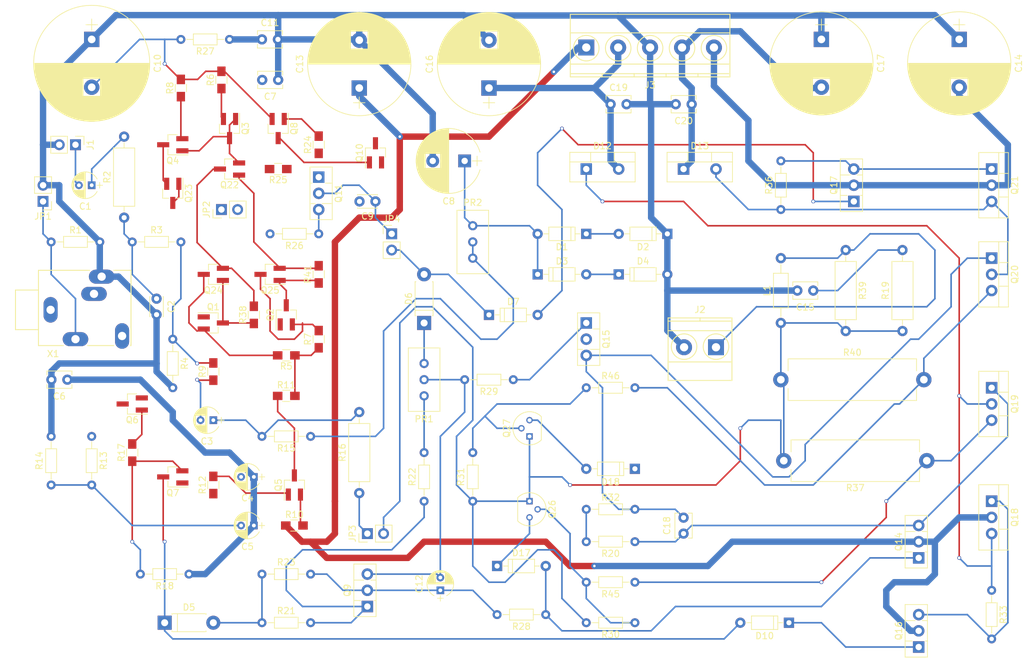
<source format=kicad_pcb>
(kicad_pcb (version 4) (host pcbnew 4.0.7)
  (layers (0 F.Cu mixed) (31 B.Cu mixed) (34 B.Paste user) (35 F.Paste user) (36 B.SilkS user) (37 F.SilkS user) (38 B.Mask user) (39 F.Mask user) (44 Edge.Cuts user))
  (net 0 "")
  (net 1 "Net-(C1-Pad1)")
  (net 2 "Net-(C1-Pad2)")
  (net 3 "Net-(C2-Pad1)")
  (net 4 GND)
  (net 5 "Net-(C3-Pad1)")
  (net 6 "Net-(C3-Pad2)")
  (net 7 "Net-(C4-Pad2)")
  (net 8 "Net-(C5-Pad2)")
  (net 9 "Net-(C10-Pad2)")
  (net 10 "Net-(C8-Pad1)")
  (net 11 "Net-(C9-Pad1)")
  (net 12 "Net-(C9-Pad2)")
  (net 13 "Net-(C12-Pad1)")
  (net 14 "Net-(C12-Pad2)")
  (net 15 "Net-(C15-Pad1)")
  (net 16 +VCC_15V)
  (net 17 VEE_-15V)
  (net 18 "Net-(C18-Pad1)")
  (net 19 "Net-(C18-Pad2)")
  (net 20 "Net-(D1-Pad1)")
  (net 21 "Net-(D3-Pad2)")
  (net 22 "Net-(D10-Pad2)")
  (net 23 "Net-(D5-Pad2)")
  (net 24 "Net-(D6-Pad2)")
  (net 25 "Net-(D7-Pad2)")
  (net 26 "Net-(D10-Pad1)")
  (net 27 "Net-(D12-Pad1)")
  (net 28 "Net-(D13-Pad2)")
  (net 29 "Net-(D17-Pad1)")
  (net 30 "Net-(D17-Pad2)")
  (net 31 "Net-(D18-Pad1)")
  (net 32 "Net-(D18-Pad2)")
  (net 33 +VCC_40V)
  (net 34 VEE_-40V)
  (net 35 "Net-(J2-Pad1)")
  (net 36 "Net-(JP2-Pad1)")
  (net 37 "Net-(JP3-Pad1)")
  (net 38 "Net-(JP3-Pad2)")
  (net 39 "Net-(PR1-Pad1)")
  (net 40 "Net-(PR2-Pad2)")
  (net 41 "Net-(Q1-Pad2)")
  (net 42 "Net-(Q1-Pad3)")
  (net 43 "Net-(Q2-Pad2)")
  (net 44 "Net-(Q2-Pad3)")
  (net 45 "Net-(Q22-Pad2)")
  (net 46 "Net-(Q3-Pad2)")
  (net 47 "Net-(Q4-Pad2)")
  (net 48 "Net-(Q23-Pad2)")
  (net 49 "Net-(Q5-Pad2)")
  (net 50 "Net-(Q5-Pad3)")
  (net 51 "Net-(Q6-Pad1)")
  (net 52 "Net-(Q6-Pad3)")
  (net 53 "Net-(Q7-Pad2)")
  (net 54 "Net-(Q8-Pad1)")
  (net 55 "Net-(Q9-Pad1)")
  (net 56 "Net-(Q10-Pad2)")
  (net 57 "Net-(Q11-Pad3)")
  (net 58 "Net-(Q16-Pad3)")
  (net 59 "Net-(Q17-Pad3)")
  (net 60 "Net-(Q19-Pad3)")
  (net 61 "Net-(Q20-Pad3)")
  (net 62 "Net-(Q22-Pad1)")
  (net 63 "Net-(Q26-Pad2)")
  (net 64 "Net-(Q27-Pad2)")
  (net 65 "Net-(R3-Pad2)")
  (net 66 "Net-(R11-Pad2)")
  (net 67 "Net-(R20-Pad2)")
  (module Capacitors_THT:CP_Radial_D4.0mm_P2.00mm (layer F.Cu) (at 73.66 57.15 180)
    (fp_text reference C1 (at 1 -3.31 180) (layer F.SilkS))
    (fp_text value 47u)
    (pad 1 thru_hole rect (at 0 0 180) (size 1.2 1.2) (drill 0.6) (layers *.Cu *.Mask) (net 1 "Net-(C1-Pad1)"))
    (pad 2 thru_hole circle (at 2 0 180) (size 1.2 1.2) (drill 0.6) (layers *.Cu *.Mask) (net 2 "Net-(C1-Pad2)"))
  )
  (module Capacitors_THT:C_Disc_D3.0mm_W2.0mm_P2.50mm (layer F.Cu) (at 83.82 74.93 270)
    (fp_text reference C2 (at 1.25 -2.31 270) (layer F.SilkS))
    (fp_text value 0.3n)
    (pad 1 thru_hole circle (at 0 0 270) (size 1.6 1.6) (drill 0.8) (layers *.Cu *.Mask) (net 3 "Net-(C2-Pad1)"))
    (pad 2 thru_hole circle (at 2.5 0 270) (size 1.6 1.6) (drill 0.8) (layers *.Cu *.Mask) (net 4 GND))
  )
  (module Capacitors_THT:CP_Radial_D4.0mm_P2.00mm (layer F.Cu) (at 92.71 93.98 180)
    (fp_text reference C3 (at 1 -3.31 180) (layer F.SilkS))
    (fp_text value 100u)
    (pad 1 thru_hole rect (at 0 0 180) (size 1.2 1.2) (drill 0.6) (layers *.Cu *.Mask) (net 5 "Net-(C3-Pad1)"))
    (pad 2 thru_hole circle (at 2 0 180) (size 1.2 1.2) (drill 0.6) (layers *.Cu *.Mask) (net 6 "Net-(C3-Pad2)"))
  )
  (module Capacitors_THT:CP_Radial_D4.0mm_P2.00mm (layer F.Cu) (at 99.06 102.87 180)
    (fp_text reference C4 (at 1 -3.31 180) (layer F.SilkS))
    (fp_text value 47u)
    (pad 1 thru_hole rect (at 0 0 180) (size 1.2 1.2) (drill 0.6) (layers *.Cu *.Mask) (net 33 +VCC_40V))
    (pad 2 thru_hole circle (at 2 0 180) (size 1.2 1.2) (drill 0.6) (layers *.Cu *.Mask) (net 7 "Net-(C4-Pad2)"))
  )
  (module Capacitors_THT:CP_Radial_D4.0mm_P2.00mm (layer F.Cu) (at 99.06 110.49 180)
    (fp_text reference C5 (at 1 -3.31 180) (layer F.SilkS))
    (fp_text value 47u)
    (pad 1 thru_hole rect (at 0 0 180) (size 1.2 1.2) (drill 0.6) (layers *.Cu *.Mask) (net 33 +VCC_40V))
    (pad 2 thru_hole circle (at 2 0 180) (size 1.2 1.2) (drill 0.6) (layers *.Cu *.Mask) (net 8 "Net-(C5-Pad2)"))
  )
  (module Capacitors_THT:C_Disc_D3.8mm_W2.6mm_P2.50mm (layer F.Cu) (at 69.85 87.63 180)
    (fp_text reference C6 (at 1.25 -2.61 180) (layer F.SilkS))
    (fp_text value 100n)
    (pad 1 thru_hole circle (at 0 0 180) (size 1.6 1.6) (drill 0.8) (layers *.Cu *.Mask) (net 33 +VCC_40V))
    (pad 2 thru_hole circle (at 2.5 0 180) (size 1.6 1.6) (drill 0.8) (layers *.Cu *.Mask) (net 4 GND))
  )
  (module Capacitors_THT:C_Disc_D3.8mm_W2.6mm_P2.50mm (layer F.Cu) (at 102.87 40.64 180)
    (fp_text reference C7 (at 1.25 -2.61 180) (layer F.SilkS))
    (fp_text value 100n)
    (pad 1 thru_hole circle (at 0 0 180) (size 1.6 1.6) (drill 0.8) (layers *.Cu *.Mask) (net 4 GND))
    (pad 2 thru_hole circle (at 2.5 0 180) (size 1.6 1.6) (drill 0.8) (layers *.Cu *.Mask) (net 9 "Net-(C10-Pad2)"))
  )
  (module Capacitors_THT:CP_Radial_D10.0mm_P5.00mm (layer F.Cu) (at 132.08 53.34 180)
    (fp_text reference C8 (at 2.5 -6.31 180) (layer F.SilkS))
    (fp_text value 1000u)
    (pad 1 thru_hole rect (at 0 0 180) (size 2 2) (drill 1) (layers *.Cu *.Mask) (net 10 "Net-(C8-Pad1)"))
    (pad 2 thru_hole circle (at 5 0 180) (size 2 2) (drill 1) (layers *.Cu *.Mask) (net 4 GND))
  )
  (module Capacitors_THT:C_Disc_D3.0mm_W2.0mm_P2.50mm (layer F.Cu) (at 118.11 59.69 180)
    (fp_text reference C9 (at 1.25 -2.31 180) (layer F.SilkS))
    (fp_text value 33p)
    (pad 1 thru_hole circle (at 0 0 180) (size 1.6 1.6) (drill 0.8) (layers *.Cu *.Mask) (net 11 "Net-(C9-Pad1)"))
    (pad 2 thru_hole circle (at 2.5 0 180) (size 1.6 1.6) (drill 0.8) (layers *.Cu *.Mask) (net 12 "Net-(C9-Pad2)"))
  )
  (module Capacitors_THT:CP_Radial_D18.0mm_P7.50mm (layer F.Cu) (at 73.66 34.29 270)
    (fp_text reference C10 (at 3.75 -10.31 270) (layer F.SilkS))
    (fp_text value 1000u)
    (pad 1 thru_hole rect (at 0 0 270) (size 2.4 2.4) (drill 1.2) (layers *.Cu *.Mask) (net 4 GND))
    (pad 2 thru_hole circle (at 7.5 0 270) (size 2.4 2.4) (drill 1.2) (layers *.Cu *.Mask) (net 9 "Net-(C10-Pad2)"))
  )
  (module Capacitors_THT:C_Disc_D3.8mm_W2.6mm_P2.50mm (layer F.Cu) (at 100.33 34.29)
    (fp_text reference C11 (at 1.25 -2.61) (layer F.SilkS))
    (fp_text value 100n)
    (pad 1 thru_hole circle (at 0 0) (size 1.6 1.6) (drill 0.8) (layers *.Cu *.Mask) (net 34 VEE_-40V))
    (pad 2 thru_hole circle (at 2.5 0) (size 1.6 1.6) (drill 0.8) (layers *.Cu *.Mask) (net 4 GND))
  )
  (module Capacitors_THT:CP_Radial_D4.0mm_P2.00mm (layer F.Cu) (at 128.27 120.65 90)
    (fp_text reference C12 (at 1 -3.31 90) (layer F.SilkS))
    (fp_text value 47u)
    (pad 1 thru_hole rect (at 0 0 90) (size 1.2 1.2) (drill 0.6) (layers *.Cu *.Mask) (net 13 "Net-(C12-Pad1)"))
    (pad 2 thru_hole circle (at 2 0 90) (size 1.2 1.2) (drill 0.6) (layers *.Cu *.Mask) (net 14 "Net-(C12-Pad2)"))
  )
  (module Capacitors_THT:CP_Radial_D16.0mm_P7.50mm (layer F.Cu) (at 115.57 41.91 90)
    (fp_text reference C13 (at 3.75 -9.31 90) (layer F.SilkS))
    (fp_text value 220u)
    (pad 1 thru_hole rect (at 0 0 90) (size 2.4 2.4) (drill 1.2) (layers *.Cu *.Mask) (net 33 +VCC_40V))
    (pad 2 thru_hole circle (at 7.5 0 90) (size 2.4 2.4) (drill 1.2) (layers *.Cu *.Mask) (net 4 GND))
  )
  (module Capacitors_THT:CP_Radial_D16.0mm_P7.50mm (layer F.Cu) (at 209.55 34.29 270)
    (fp_text reference C14 (at 3.75 -9.31 270) (layer F.SilkS))
    (fp_text value 220u)
    (pad 1 thru_hole rect (at 0 0 270) (size 2.4 2.4) (drill 1.2) (layers *.Cu *.Mask) (net 4 GND))
    (pad 2 thru_hole circle (at 7.5 0 270) (size 2.4 2.4) (drill 1.2) (layers *.Cu *.Mask) (net 34 VEE_-40V))
  )
  (module Capacitors_THT:C_Disc_D3.8mm_W2.6mm_P2.50mm (layer F.Cu) (at 186.69 73.66 180)
    (fp_text reference C15 (at 1.25 -2.61 180) (layer F.SilkS))
    (fp_text value 100n)
    (pad 1 thru_hole circle (at 0 0 180) (size 1.6 1.6) (drill 0.8) (layers *.Cu *.Mask) (net 15 "Net-(C15-Pad1)"))
    (pad 2 thru_hole circle (at 2.5 0 180) (size 1.6 1.6) (drill 0.8) (layers *.Cu *.Mask) (net 4 GND))
  )
  (module Capacitors_THT:CP_Radial_D16.0mm_P7.50mm (layer F.Cu) (at 135.89 41.91 90)
    (fp_text reference C16 (at 3.75 -9.31 90) (layer F.SilkS))
    (fp_text value 220u)
    (pad 1 thru_hole rect (at 0 0 90) (size 2.4 2.4) (drill 1.2) (layers *.Cu *.Mask) (net 16 +VCC_15V))
    (pad 2 thru_hole circle (at 7.5 0 90) (size 2.4 2.4) (drill 1.2) (layers *.Cu *.Mask) (net 4 GND))
  )
  (module Capacitors_THT:CP_Radial_D16.0mm_P7.50mm (layer F.Cu) (at 187.96 34.29 270)
    (fp_text reference C17 (at 3.75 -9.31 270) (layer F.SilkS))
    (fp_text value 220u)
    (pad 1 thru_hole rect (at 0 0 270) (size 2.4 2.4) (drill 1.2) (layers *.Cu *.Mask) (net 4 GND))
    (pad 2 thru_hole circle (at 7.5 0 270) (size 2.4 2.4) (drill 1.2) (layers *.Cu *.Mask) (net 17 VEE_-15V))
  )
  (module Capacitors_THT:C_Disc_D3.8mm_W2.6mm_P2.50mm (layer F.Cu) (at 166.37 111.76 90)
    (fp_text reference C18 (at 1.25 -2.61 90) (layer F.SilkS))
    (fp_text value 100n)
    (pad 1 thru_hole circle (at 0 0 90) (size 1.6 1.6) (drill 0.8) (layers *.Cu *.Mask) (net 18 "Net-(C18-Pad1)"))
    (pad 2 thru_hole circle (at 2.5 0 90) (size 1.6 1.6) (drill 0.8) (layers *.Cu *.Mask) (net 19 "Net-(C18-Pad2)"))
  )
  (module Capacitors_THT:C_Disc_D3.8mm_W2.6mm_P2.50mm (layer F.Cu) (at 154.94 44.45)
    (fp_text reference C19 (at 1.25 -2.61) (layer F.SilkS))
    (fp_text value 100n)
    (pad 1 thru_hole circle (at 0 0) (size 1.6 1.6) (drill 0.8) (layers *.Cu *.Mask) (net 16 +VCC_15V))
    (pad 2 thru_hole circle (at 2.5 0) (size 1.6 1.6) (drill 0.8) (layers *.Cu *.Mask) (net 4 GND))
  )
  (module Capacitors_THT:C_Disc_D3.8mm_W2.6mm_P2.50mm (layer F.Cu) (at 167.64 44.45 180)
    (fp_text reference C20 (at 1.25 -2.61 180) (layer F.SilkS))
    (fp_text value 100n)
    (pad 1 thru_hole circle (at 0 0 180) (size 1.6 1.6) (drill 0.8) (layers *.Cu *.Mask) (net 17 VEE_-15V))
    (pad 2 thru_hole circle (at 2.5 0 180) (size 1.6 1.6) (drill 0.8) (layers *.Cu *.Mask) (net 4 GND))
  )
  (module Diodes_THT:D_DO-35_SOD27_P7.62mm_Horizontal (layer F.Cu) (at 151.13 64.77 180)
    (fp_text reference D1 (at 3.81 -2.06 180) (layer F.SilkS))
    (fp_text value 1N4148)
    (pad 1 thru_hole rect (at 0 0 180) (size 1.6 1.6) (drill 0.8) (layers *.Cu *.Mask) (net 20 "Net-(D1-Pad1)"))
    (pad 2 thru_hole oval (at 7.62 0 180) (size 1.6 1.6) (drill 0.8) (layers *.Cu *.Mask) (net 10 "Net-(C8-Pad1)"))
  )
  (module Diodes_THT:D_DO-35_SOD27_P7.62mm_Horizontal (layer F.Cu) (at 163.83 64.77 180)
    (fp_text reference D2 (at 3.81 -2.06 180) (layer F.SilkS))
    (fp_text value 1N4148)
    (pad 1 thru_hole rect (at 0 0 180) (size 1.6 1.6) (drill 0.8) (layers *.Cu *.Mask) (net 4 GND))
    (pad 2 thru_hole oval (at 7.62 0 180) (size 1.6 1.6) (drill 0.8) (layers *.Cu *.Mask) (net 20 "Net-(D1-Pad1)"))
  )
  (module Diodes_THT:D_DO-35_SOD27_P7.62mm_Horizontal (layer F.Cu) (at 143.51 71.12)
    (fp_text reference D3 (at 3.81 -2.06) (layer F.SilkS))
    (fp_text value 1N4148)
    (pad 1 thru_hole rect (at 0 0) (size 1.6 1.6) (drill 0.8) (layers *.Cu *.Mask) (net 10 "Net-(C8-Pad1)"))
    (pad 2 thru_hole oval (at 7.62 0) (size 1.6 1.6) (drill 0.8) (layers *.Cu *.Mask) (net 21 "Net-(D3-Pad2)"))
  )
  (module Diodes_THT:D_DO-35_SOD27_P7.62mm_Horizontal (layer F.Cu) (at 156.21 71.12)
    (fp_text reference D4 (at 3.81 -2.06) (layer F.SilkS))
    (fp_text value 1N4148)
    (pad 1 thru_hole rect (at 0 0) (size 1.6 1.6) (drill 0.8) (layers *.Cu *.Mask) (net 21 "Net-(D3-Pad2)"))
    (pad 2 thru_hole oval (at 7.62 0) (size 1.6 1.6) (drill 0.8) (layers *.Cu *.Mask) (net 4 GND))
  )
  (module Diodes_THT:D_DO-41_SOD81_P7.62mm_Horizontal (layer F.Cu) (at 85.09 125.73)
    (fp_text reference D5 (at 3.81 -2.41) (layer F.SilkS))
    (fp_text value 1N4728)
    (pad 1 thru_hole rect (at 0 0) (size 2.2 2.2) (drill 1.1) (layers *.Cu *.Mask) (net 22 "Net-(D10-Pad2)"))
    (pad 2 thru_hole oval (at 7.62 0) (size 2.2 2.2) (drill 1.1) (layers *.Cu *.Mask) (net 23 "Net-(D5-Pad2)"))
  )
  (module Diodes_THT:D_DO-41_SOD81_P7.62mm_Horizontal (layer F.Cu) (at 125.73 78.74 90)
    (fp_text reference D6 (at 3.81 -2.41 90) (layer F.SilkS))
    (fp_text value 1N4728)
    (pad 1 thru_hole rect (at 0 0 90) (size 2.2 2.2) (drill 1.1) (layers *.Cu *.Mask) (net 14 "Net-(C12-Pad2)"))
    (pad 2 thru_hole oval (at 7.62 0 90) (size 2.2 2.2) (drill 1.1) (layers *.Cu *.Mask) (net 24 "Net-(D6-Pad2)"))
  )
  (module Diodes_THT:D_DO-35_SOD27_P7.62mm_Horizontal (layer F.Cu) (at 135.89 77.47)
    (fp_text reference D7 (at 3.81 -2.06) (layer F.SilkS))
    (fp_text value 1N4148)
    (pad 1 thru_hole rect (at 0 0) (size 1.6 1.6) (drill 0.8) (layers *.Cu *.Mask) (net 24 "Net-(D6-Pad2)"))
    (pad 2 thru_hole oval (at 7.62 0) (size 1.6 1.6) (drill 0.8) (layers *.Cu *.Mask) (net 25 "Net-(D7-Pad2)"))
  )
  (module Diodes_THT:D_DO-35_SOD27_P7.62mm_Horizontal (layer F.Cu) (at 182.88 125.73 180)
    (fp_text reference D10 (at 3.81 -2.06 180) (layer F.SilkS))
    (fp_text value 1N4148)
    (pad 1 thru_hole rect (at 0 0 180) (size 1.6 1.6) (drill 0.8) (layers *.Cu *.Mask) (net 26 "Net-(D10-Pad1)"))
    (pad 2 thru_hole oval (at 7.62 0 180) (size 1.6 1.6) (drill 0.8) (layers *.Cu *.Mask) (net 22 "Net-(D10-Pad2)"))
  )
  (module TO_SOT_Packages_THT:TO-220-2_Vertical (layer F.Cu) (at 151.13 54.61)
    (fp_text reference D12 (at 2.54 -3.62) (layer F.SilkS))
    (fp_text value MUR860)
    (pad 1 thru_hole rect (at 0 0) (size 1.8 1.8) (drill 1) (layers *.Cu *.Mask) (net 27 "Net-(D12-Pad1)"))
    (pad 2 thru_hole oval (at 5.08 0) (size 1.8 1.8) (drill 1) (layers *.Cu *.Mask) (net 16 +VCC_15V))
  )
  (module TO_SOT_Packages_THT:TO-220-2_Vertical (layer F.Cu) (at 166.37 54.61)
    (fp_text reference D13 (at 2.54 -3.62) (layer F.SilkS))
    (fp_text value MUR860)
    (pad 1 thru_hole rect (at 0 0) (size 1.8 1.8) (drill 1) (layers *.Cu *.Mask) (net 17 VEE_-15V))
    (pad 2 thru_hole oval (at 5.08 0) (size 1.8 1.8) (drill 1) (layers *.Cu *.Mask) (net 28 "Net-(D13-Pad2)"))
  )
  (module Diodes_THT:D_DO-35_SOD27_P7.62mm_Horizontal (layer F.Cu) (at 137.16 116.84)
    (fp_text reference D17 (at 3.81 -2.06) (layer F.SilkS))
    (fp_text value 1N4148)
    (pad 1 thru_hole rect (at 0 0) (size 1.6 1.6) (drill 0.8) (layers *.Cu *.Mask) (net 29 "Net-(D17-Pad1)"))
    (pad 2 thru_hole oval (at 7.62 0) (size 1.6 1.6) (drill 0.8) (layers *.Cu *.Mask) (net 30 "Net-(D17-Pad2)"))
  )
  (module Diodes_THT:D_DO-35_SOD27_P7.62mm_Horizontal (layer F.Cu) (at 158.75 101.6 180)
    (fp_text reference D18 (at 3.81 -2.06 180) (layer F.SilkS))
    (fp_text value 1N4148)
    (pad 1 thru_hole rect (at 0 0 180) (size 1.6 1.6) (drill 0.8) (layers *.Cu *.Mask) (net 31 "Net-(D18-Pad1)"))
    (pad 2 thru_hole oval (at 7.62 0 180) (size 1.6 1.6) (drill 0.8) (layers *.Cu *.Mask) (net 32 "Net-(D18-Pad2)"))
  )
  (module Pin_Headers:Pin_Header_Straight_1x02_Pitch2.54mm (layer F.Cu) (at 71.12 50.8 270)
    (fp_text reference J1 (at 0 -2.33 270) (layer F.SilkS))
    (fp_text value Conn_IN)
    (pad 1 thru_hole rect (at 0 0 270) (size 1.7 1.7) (drill 1) (layers *.Cu *.Mask) (net 2 "Net-(C1-Pad2)"))
    (pad 2 thru_hole oval (at 0 2.54 270) (size 1.7 1.7) (drill 1) (layers *.Cu *.Mask) (net 4 GND))
  )
  (module TerminalBlocks_Phoenix:TerminalBlock_Phoenix_MKDS1.5-2pol (layer F.Cu) (at 171.45 82.55 180)
    (fp_text reference J2 (at 2.5 5.9 180) (layer F.SilkS))
    (fp_text value LOAD_CONN)
    (pad 1 thru_hole rect (at 0 0 180) (size 2.5 2.5) (drill 1.3) (layers *.Cu *.Mask) (net 35 "Net-(J2-Pad1)"))
    (pad 2 thru_hole circle (at 5 0 180) (size 2.5 2.5) (drill 1.3) (layers *.Cu *.Mask) (net 4 GND))
  )
  (module TerminalBlocks_Phoenix:TerminalBlock_Phoenix_MKDS1.5-5pol (layer F.Cu) (at 151.13 35.56)
    (fp_text reference J3 (at 10 5.9) (layer F.SilkS))
    (fp_text value SUPPLY_CONN)
    (pad 5 thru_hole circle (at 20 0) (size 2.5 2.5) (drill 1.3) (layers *.Cu *.Mask) (net 34 VEE_-40V))
    (pad 4 thru_hole circle (at 15 0) (size 2.5 2.5) (drill 1.3) (layers *.Cu *.Mask) (net 17 VEE_-15V))
    (pad 3 thru_hole circle (at 10 0) (size 2.5 2.5) (drill 1.3) (layers *.Cu *.Mask) (net 4 GND))
    (pad 1 thru_hole rect (at 0 0) (size 2.5 2.5) (drill 1.3) (layers *.Cu *.Mask) (net 33 +VCC_40V))
    (pad 2 thru_hole circle (at 5 0) (size 2.5 2.5) (drill 1.3) (layers *.Cu *.Mask) (net 16 +VCC_15V))
  )
  (module Pin_Headers:Pin_Header_Straight_1x02_Pitch2.54mm (layer F.Cu) (at 66.04 59.69 180)
    (fp_text reference JP1 (at 0 -2.33 180) (layer F.SilkS))
    (fp_text value Jumper_NO_Small)
    (pad 1 thru_hole rect (at 0 0 180) (size 1.7 1.7) (drill 1) (layers *.Cu *.Mask) (net 2 "Net-(C1-Pad2)"))
    (pad 2 thru_hole oval (at 0 2.54 180) (size 1.7 1.7) (drill 1) (layers *.Cu *.Mask) (net 4 GND))
  )
  (module Pin_Headers:Pin_Header_Straight_1x02_Pitch2.54mm (layer F.Cu) (at 93.98 60.96 90)
    (fp_text reference JP2 (at 0 -2.33 90) (layer F.SilkS))
    (fp_text value Diff_Stage_Jumper)
    (pad 1 thru_hole rect (at 0 0 90) (size 1.7 1.7) (drill 1) (layers *.Cu *.Mask) (net 36 "Net-(JP2-Pad1)"))
    (pad 2 thru_hole oval (at 0 2.54 90) (size 1.7 1.7) (drill 1) (layers *.Cu *.Mask) (net 12 "Net-(C9-Pad2)"))
  )
  (module Pin_Headers:Pin_Header_Straight_1x02_Pitch2.54mm (layer F.Cu) (at 116.84 111.76 90)
    (fp_text reference JP3 (at 0 -2.33 90) (layer F.SilkS))
    (fp_text value Feedback_Jumper)
    (pad 1 thru_hole rect (at 0 0 90) (size 1.7 1.7) (drill 1) (layers *.Cu *.Mask) (net 37 "Net-(JP3-Pad1)"))
    (pad 2 thru_hole oval (at 0 2.54 90) (size 1.7 1.7) (drill 1) (layers *.Cu *.Mask) (net 38 "Net-(JP3-Pad2)"))
  )
  (module Pin_Headers:Pin_Header_Straight_1x02_Pitch2.54mm (layer F.Cu) (at 120.65 64.77)
    (fp_text reference JP4 (at 0 -2.33) (layer F.SilkS))
    (fp_text value 2nd_Stage_Jumper)
    (pad 1 thru_hole rect (at 0 0) (size 1.7 1.7) (drill 1) (layers *.Cu *.Mask) (net 11 "Net-(C9-Pad1)"))
    (pad 2 thru_hole oval (at 0 2.54) (size 1.7 1.7) (drill 1) (layers *.Cu *.Mask) (net 24 "Net-(D6-Pad2)"))
  )
  (module Inductors_THT:L_Axial_L5.3mm_D2.2mm_P10.16mm_Horizontal_Vishay_IM-1 (layer F.Cu) (at 181.61 78.74 90)
    (fp_text reference L1 (at 5.08 -2.16 90) (layer F.SilkS))
    (fp_text value 1u)
    (pad 1 thru_hole circle (at 0 0 90) (size 1.6 1.6) (drill 0.8) (layers *.Cu *.Mask) (net 38 "Net-(JP3-Pad2)"))
    (pad 2 thru_hole oval (at 10.16 0 90) (size 1.6 1.6) (drill 0.8) (layers *.Cu *.Mask) (net 35 "Net-(J2-Pad1)"))
  )
  (module Potentiometers:Potentiometer_Trimmer_Suntan_TSR-3386C_Vertical (layer F.Cu) (at 125.73 90.17 180)
    (fp_text reference PR1 (at 0 -3.625 180) (layer F.SilkS))
    (fp_text value 1k)
    (pad 3 thru_hole circle (at 0 5.08 180) (size 1.44 1.44) (drill 0.8) (layers *.Cu *.Mask) (net 14 "Net-(C12-Pad2)"))
    (pad 2 thru_hole circle (at 0 2.54 180) (size 1.44 1.44) (drill 0.8) (layers *.Cu *.Mask) (net 14 "Net-(C12-Pad2)"))
    (pad 1 thru_hole circle (at 0 0 180) (size 1.44 1.44) (drill 0.8) (layers *.Cu *.Mask) (net 39 "Net-(PR1-Pad1)"))
  )
  (module Potentiometers:Potentiometer_Trimmer_Suntan_TSR-3386C_Vertical (layer F.Cu) (at 133.35 63.5)
    (fp_text reference PR2 (at 0 -3.625) (layer F.SilkS))
    (fp_text value 100)
    (pad 3 thru_hole circle (at 0 5.08) (size 1.44 1.44) (drill 0.8) (layers *.Cu *.Mask) (net 40 "Net-(PR2-Pad2)"))
    (pad 2 thru_hole circle (at 0 2.54) (size 1.44 1.44) (drill 0.8) (layers *.Cu *.Mask) (net 40 "Net-(PR2-Pad2)"))
    (pad 1 thru_hole circle (at 0 0) (size 1.44 1.44) (drill 0.8) (layers *.Cu *.Mask) (net 10 "Net-(C8-Pad1)"))
  )
  (module TO_SOT_Packages_SMD:SOT-23_Handsoldering (layer F.Cu) (at 92.71 78.74)
    (fp_text reference Q1 (at 0 -2.5) (layer F.SilkS))
    (fp_text value BC856)
    (pad 1 smd rect (at -1.5 -0.95) (size 1.9 0.8) (layers F.Cu F.Paste F.Mask) (net 3 "Net-(C2-Pad1)"))
    (pad 2 smd rect (at -1.5 0.95) (size 1.9 0.8) (layers F.Cu F.Paste F.Mask) (net 41 "Net-(Q1-Pad2)"))
    (pad 3 smd rect (at 1.5 0) (size 1.9 0.8) (layers F.Cu F.Paste F.Mask) (net 42 "Net-(Q1-Pad3)"))
  )
  (module TO_SOT_Packages_SMD:SOT-23_Handsoldering (layer F.Cu) (at 104.14 77.47 90)
    (fp_text reference Q2 (at 0 -2.5 90) (layer F.SilkS))
    (fp_text value BC856)
    (pad 1 smd rect (at -1.5 -0.95 90) (size 1.9 0.8) (layers F.Cu F.Paste F.Mask) (net 5 "Net-(C3-Pad1)"))
    (pad 2 smd rect (at -1.5 0.95 90) (size 1.9 0.8) (layers F.Cu F.Paste F.Mask) (net 43 "Net-(Q2-Pad2)"))
    (pad 3 smd rect (at 1.5 0 90) (size 1.9 0.8) (layers F.Cu F.Paste F.Mask) (net 44 "Net-(Q2-Pad3)"))
  )
  (module TO_SOT_Packages_SMD:SOT-23_Handsoldering (layer F.Cu) (at 95.25 48.26 270)
    (fp_text reference Q3 (at 0 -2.5 270) (layer F.SilkS))
    (fp_text value BC846)
    (pad 1 smd rect (at -1.5 -0.95 270) (size 1.9 0.8) (layers F.Cu F.Paste F.Mask) (net 45 "Net-(Q22-Pad2)"))
    (pad 2 smd rect (at -1.5 0.95 270) (size 1.9 0.8) (layers F.Cu F.Paste F.Mask) (net 46 "Net-(Q3-Pad2)"))
    (pad 3 smd rect (at 1.5 0 270) (size 1.9 0.8) (layers F.Cu F.Paste F.Mask) (net 45 "Net-(Q22-Pad2)"))
  )
  (module TO_SOT_Packages_SMD:SOT-23_Handsoldering (layer F.Cu) (at 86.36 50.8 180)
    (fp_text reference Q4 (at 0 -2.5 180) (layer F.SilkS))
    (fp_text value BC846)
    (pad 1 smd rect (at -1.5 -0.95 180) (size 1.9 0.8) (layers F.Cu F.Paste F.Mask) (net 45 "Net-(Q22-Pad2)"))
    (pad 2 smd rect (at -1.5 0.95 180) (size 1.9 0.8) (layers F.Cu F.Paste F.Mask) (net 47 "Net-(Q4-Pad2)"))
    (pad 3 smd rect (at 1.5 0 180) (size 1.9 0.8) (layers F.Cu F.Paste F.Mask) (net 48 "Net-(Q23-Pad2)"))
  )
  (module TO_SOT_Packages_SMD:SOT-23_Handsoldering (layer F.Cu) (at 105.41 104.14 90)
    (fp_text reference Q5 (at 0 -2.5 90) (layer F.SilkS))
    (fp_text value BC856)
    (pad 1 smd rect (at -1.5 -0.95 90) (size 1.9 0.8) (layers F.Cu F.Paste F.Mask) (net 7 "Net-(C4-Pad2)"))
    (pad 2 smd rect (at -1.5 0.95 90) (size 1.9 0.8) (layers F.Cu F.Paste F.Mask) (net 49 "Net-(Q5-Pad2)"))
    (pad 3 smd rect (at 1.5 0 90) (size 1.9 0.8) (layers F.Cu F.Paste F.Mask) (net 50 "Net-(Q5-Pad3)"))
  )
  (module TO_SOT_Packages_SMD:SOT-23_Handsoldering (layer F.Cu) (at 80.01 91.44 180)
    (fp_text reference Q6 (at 0 -2.5 180) (layer F.SilkS))
    (fp_text value BC856)
    (pad 1 smd rect (at -1.5 -0.95 180) (size 1.9 0.8) (layers F.Cu F.Paste F.Mask) (net 51 "Net-(Q6-Pad1)"))
    (pad 2 smd rect (at -1.5 0.95 180) (size 1.9 0.8) (layers F.Cu F.Paste F.Mask) (net 33 +VCC_40V))
    (pad 3 smd rect (at 1.5 0 180) (size 1.9 0.8) (layers F.Cu F.Paste F.Mask) (net 52 "Net-(Q6-Pad3)"))
  )
  (module TO_SOT_Packages_SMD:SOT-23_Handsoldering (layer F.Cu) (at 86.36 102.87 180)
    (fp_text reference Q7 (at 0 -2.5 180) (layer F.SilkS))
    (fp_text value BC856)
    (pad 1 smd rect (at -1.5 -0.95 180) (size 1.9 0.8) (layers F.Cu F.Paste F.Mask) (net 52 "Net-(Q6-Pad3)"))
    (pad 2 smd rect (at -1.5 0.95 180) (size 1.9 0.8) (layers F.Cu F.Paste F.Mask) (net 53 "Net-(Q7-Pad2)"))
    (pad 3 smd rect (at 1.5 0 180) (size 1.9 0.8) (layers F.Cu F.Paste F.Mask) (net 22 "Net-(D10-Pad2)"))
  )
  (module TO_SOT_Packages_SMD:SOT-23_Handsoldering (layer F.Cu) (at 102.87 48.26 270)
    (fp_text reference Q8 (at 0 -2.5 270) (layer F.SilkS))
    (fp_text value BC846)
    (pad 1 smd rect (at -1.5 -0.95 270) (size 1.9 0.8) (layers F.Cu F.Paste F.Mask) (net 54 "Net-(Q8-Pad1)"))
    (pad 2 smd rect (at -1.5 0.95 270) (size 1.9 0.8) (layers F.Cu F.Paste F.Mask) (net 9 "Net-(C10-Pad2)"))
    (pad 3 smd rect (at 1.5 0 270) (size 1.9 0.8) (layers F.Cu F.Paste F.Mask) (net 12 "Net-(C9-Pad2)"))
  )
  (module TO_SOT_Packages_THT:TO-126_Vertical (layer F.Cu) (at 116.84 123.19 90)
    (fp_text reference Q9 (at 2.54 -3.12 90) (layer F.SilkS))
    (fp_text value 2SC4793)
    (pad 1 thru_hole rect (at 0 0 90) (size 1.8 1.8) (drill 1) (layers *.Cu *.Mask) (net 55 "Net-(Q9-Pad1)"))
    (pad 2 thru_hole oval (at 2.54 0 90) (size 1.8 1.8) (drill 1) (layers *.Cu *.Mask) (net 13 "Net-(C12-Pad1)"))
    (pad 3 thru_hole oval (at 5.08 0 90) (size 1.8 1.8) (drill 1) (layers *.Cu *.Mask) (net 14 "Net-(C12-Pad2)"))
  )
  (module TO_SOT_Packages_SMD:SOT-23_Handsoldering (layer F.Cu) (at 118.11 52.07 90)
    (fp_text reference Q10 (at 0 -2.5 90) (layer F.SilkS))
    (fp_text value BC846)
    (pad 1 smd rect (at -1.5 -0.95 90) (size 1.9 0.8) (layers F.Cu F.Paste F.Mask) (net 12 "Net-(C9-Pad2)"))
    (pad 2 smd rect (at -1.5 0.95 90) (size 1.9 0.8) (layers F.Cu F.Paste F.Mask) (net 56 "Net-(Q10-Pad2)"))
    (pad 3 smd rect (at 1.5 0 90) (size 1.9 0.8) (layers F.Cu F.Paste F.Mask) (net 4 GND))
  )
  (module TO_SOT_Packages_THT:TO-126_Vertical (layer F.Cu) (at 109.22 55.88 270)
    (fp_text reference Q11 (at 2.54 -3.12 270) (layer F.SilkS))
    (fp_text value 2SC4793)
    (pad 1 thru_hole rect (at 0 0 270) (size 1.8 1.8) (drill 1) (layers *.Cu *.Mask) (net 56 "Net-(Q10-Pad2)"))
    (pad 2 thru_hole oval (at 2.54 0 270) (size 1.8 1.8) (drill 1) (layers *.Cu *.Mask) (net 11 "Net-(C9-Pad1)"))
    (pad 3 thru_hole oval (at 5.08 0 270) (size 1.8 1.8) (drill 1) (layers *.Cu *.Mask) (net 57 "Net-(Q11-Pad3)"))
  )
  (module TO_SOT_Packages_THT:TO-126_Vertical (layer F.Cu) (at 203.2 115.57 90)
    (fp_text reference Q14 (at 2.54 -3.12 90) (layer F.SilkS))
    (fp_text value 2SC4793)
    (pad 1 thru_hole rect (at 0 0 90) (size 1.8 1.8) (drill 1) (layers *.Cu *.Mask) (net 30 "Net-(D17-Pad2)"))
    (pad 2 thru_hole oval (at 2.54 0 90) (size 1.8 1.8) (drill 1) (layers *.Cu *.Mask) (net 33 +VCC_40V))
    (pad 3 thru_hole oval (at 5.08 0 90) (size 1.8 1.8) (drill 1) (layers *.Cu *.Mask) (net 18 "Net-(C18-Pad1)"))
  )
  (module TO_SOT_Packages_THT:TO-126_Vertical (layer F.Cu) (at 151.13 78.74 270)
    (fp_text reference Q15 (at 2.54 -3.12 270) (layer F.SilkS))
    (fp_text value 2SA1837)
    (pad 1 thru_hole rect (at 0 0 270) (size 1.8 1.8) (drill 1) (layers *.Cu *.Mask) (net 31 "Net-(D18-Pad1)"))
    (pad 2 thru_hole oval (at 2.54 0 270) (size 1.8 1.8) (drill 1) (layers *.Cu *.Mask) (net 34 VEE_-40V))
    (pad 3 thru_hole oval (at 5.08 0 270) (size 1.8 1.8) (drill 1) (layers *.Cu *.Mask) (net 19 "Net-(C18-Pad2)"))
  )
  (module TO_SOT_Packages_THT:TO-126_Vertical (layer F.Cu) (at 203.2 129.54 90)
    (fp_text reference Q16 (at 2.54 -3.12 90) (layer F.SilkS))
    (fp_text value 2SC4793)
    (pad 1 thru_hole rect (at 0 0 90) (size 1.8 1.8) (drill 1) (layers *.Cu *.Mask) (net 26 "Net-(D10-Pad1)"))
    (pad 2 thru_hole oval (at 2.54 0 90) (size 1.8 1.8) (drill 1) (layers *.Cu *.Mask) (net 33 +VCC_40V))
    (pad 3 thru_hole oval (at 5.08 0 90) (size 1.8 1.8) (drill 1) (layers *.Cu *.Mask) (net 58 "Net-(Q16-Pad3)"))
  )
  (module TO_SOT_Packages_THT:TO-126_Vertical (layer F.Cu) (at 193.04 59.69 90)
    (fp_text reference Q17 (at 2.54 -3.12 90) (layer F.SilkS))
    (fp_text value 2SA1837)
    (pad 1 thru_hole rect (at 0 0 90) (size 1.8 1.8) (drill 1) (layers *.Cu *.Mask) (net 25 "Net-(D7-Pad2)"))
    (pad 2 thru_hole oval (at 2.54 0 90) (size 1.8 1.8) (drill 1) (layers *.Cu *.Mask) (net 34 VEE_-40V))
    (pad 3 thru_hole oval (at 5.08 0 90) (size 1.8 1.8) (drill 1) (layers *.Cu *.Mask) (net 59 "Net-(Q17-Pad3)"))
  )
  (module TO_SOT_Packages_THT:TO-220-3_Vertical (layer F.Cu) (at 214.63 106.68 270)
    (fp_text reference Q18 (at 2.54 -3.62 270) (layer F.SilkS))
    (fp_text value 2SC5200)
    (pad 1 thru_hole rect (at 0 0 270) (size 1.8 1.8) (drill 1) (layers *.Cu *.Mask) (net 58 "Net-(Q16-Pad3)"))
    (pad 2 thru_hole oval (at 2.54 0 270) (size 1.8 1.8) (drill 1) (layers *.Cu *.Mask) (net 33 +VCC_40V))
    (pad 3 thru_hole oval (at 5.08 0 270) (size 1.8 1.8) (drill 1) (layers *.Cu *.Mask) (net 27 "Net-(D12-Pad1)"))
  )
  (module TO_SOT_Packages_THT:TO-220-3_Vertical (layer F.Cu) (at 214.63 88.9 270)
    (fp_text reference Q19 (at 2.54 -3.62 270) (layer F.SilkS))
    (fp_text value 2SC5200)
    (pad 1 thru_hole rect (at 0 0 270) (size 1.8 1.8) (drill 1) (layers *.Cu *.Mask) (net 18 "Net-(C18-Pad1)"))
    (pad 2 thru_hole oval (at 2.54 0 270) (size 1.8 1.8) (drill 1) (layers *.Cu *.Mask) (net 27 "Net-(D12-Pad1)"))
    (pad 3 thru_hole oval (at 5.08 0 270) (size 1.8 1.8) (drill 1) (layers *.Cu *.Mask) (net 60 "Net-(Q19-Pad3)"))
  )
  (module TO_SOT_Packages_THT:TO-220-3_Vertical (layer F.Cu) (at 214.63 68.58 270)
    (fp_text reference Q20 (at 2.54 -3.62 270) (layer F.SilkS))
    (fp_text value 2SA1943)
    (pad 1 thru_hole rect (at 0 0 270) (size 1.8 1.8) (drill 1) (layers *.Cu *.Mask) (net 19 "Net-(C18-Pad2)"))
    (pad 2 thru_hole oval (at 2.54 0 270) (size 1.8 1.8) (drill 1) (layers *.Cu *.Mask) (net 28 "Net-(D13-Pad2)"))
    (pad 3 thru_hole oval (at 5.08 0 270) (size 1.8 1.8) (drill 1) (layers *.Cu *.Mask) (net 61 "Net-(Q20-Pad3)"))
  )
  (module TO_SOT_Packages_THT:TO-220-3_Vertical (layer F.Cu) (at 214.63 54.61 270)
    (fp_text reference Q21 (at 2.54 -3.62 270) (layer F.SilkS))
    (fp_text value 2SA1943)
    (pad 1 thru_hole rect (at 0 0 270) (size 1.8 1.8) (drill 1) (layers *.Cu *.Mask) (net 59 "Net-(Q17-Pad3)"))
    (pad 2 thru_hole oval (at 2.54 0 270) (size 1.8 1.8) (drill 1) (layers *.Cu *.Mask) (net 34 VEE_-40V))
    (pad 3 thru_hole oval (at 5.08 0 270) (size 1.8 1.8) (drill 1) (layers *.Cu *.Mask) (net 28 "Net-(D13-Pad2)"))
  )
  (module TO_SOT_Packages_SMD:SOT-23_Handsoldering (layer F.Cu) (at 95.25 54.61 180)
    (fp_text reference Q22 (at 0 -2.5 180) (layer F.SilkS))
    (fp_text value BC846)
    (pad 1 smd rect (at -1.5 -0.95 180) (size 1.9 0.8) (layers F.Cu F.Paste F.Mask) (net 62 "Net-(Q22-Pad1)"))
    (pad 2 smd rect (at -1.5 0.95 180) (size 1.9 0.8) (layers F.Cu F.Paste F.Mask) (net 45 "Net-(Q22-Pad2)"))
    (pad 3 smd rect (at 1.5 0 180) (size 1.9 0.8) (layers F.Cu F.Paste F.Mask) (net 36 "Net-(JP2-Pad1)"))
  )
  (module TO_SOT_Packages_SMD:SOT-23_Handsoldering (layer F.Cu) (at 86.36 58.42 270)
    (fp_text reference Q23 (at 0 -2.5 270) (layer F.SilkS))
    (fp_text value BC846)
    (pad 1 smd rect (at -1.5 -0.95 270) (size 1.9 0.8) (layers F.Cu F.Paste F.Mask) (net 62 "Net-(Q22-Pad1)"))
    (pad 2 smd rect (at -1.5 0.95 270) (size 1.9 0.8) (layers F.Cu F.Paste F.Mask) (net 48 "Net-(Q23-Pad2)"))
    (pad 3 smd rect (at 1.5 0 270) (size 1.9 0.8) (layers F.Cu F.Paste F.Mask) (net 62 "Net-(Q22-Pad1)"))
  )
  (module TO_SOT_Packages_SMD:SOT-23_Handsoldering (layer F.Cu) (at 92.71 71.12 180)
    (fp_text reference Q24 (at 0 -2.5 180) (layer F.SilkS))
    (fp_text value BC846)
    (pad 1 smd rect (at -1.5 -0.95 180) (size 1.9 0.8) (layers F.Cu F.Paste F.Mask) (net 42 "Net-(Q1-Pad3)"))
    (pad 2 smd rect (at -1.5 0.95 180) (size 1.9 0.8) (layers F.Cu F.Paste F.Mask) (net 36 "Net-(JP2-Pad1)"))
    (pad 3 smd rect (at 1.5 0 180) (size 1.9 0.8) (layers F.Cu F.Paste F.Mask) (net 41 "Net-(Q1-Pad2)"))
  )
  (module TO_SOT_Packages_SMD:SOT-23_Handsoldering (layer F.Cu) (at 101.6 71.12 180)
    (fp_text reference Q25 (at 0 -2.5 180) (layer F.SilkS))
    (fp_text value BC846)
    (pad 1 smd rect (at -1.5 -0.95 180) (size 1.9 0.8) (layers F.Cu F.Paste F.Mask) (net 44 "Net-(Q2-Pad3)"))
    (pad 2 smd rect (at -1.5 0.95 180) (size 1.9 0.8) (layers F.Cu F.Paste F.Mask) (net 62 "Net-(Q22-Pad1)"))
    (pad 3 smd rect (at 1.5 0 180) (size 1.9 0.8) (layers F.Cu F.Paste F.Mask) (net 43 "Net-(Q2-Pad2)"))
  )
  (module TO_SOT_Packages_THT:TO-92_Molded_Narrow (layer F.Cu) (at 142.24 106.68 270)
    (fp_text reference Q26 (at 1.27 -3.56 270) (layer F.SilkS))
    (fp_text value MPSA42)
    (pad 2 thru_hole circle (at 1.27 -1.27) (size 1 1) (drill 0.6) (layers *.Cu *.Mask) (net 63 "Net-(Q26-Pad2)"))
    (pad 3 thru_hole circle (at 2.54 0) (size 1 1) (drill 0.6) (layers *.Cu *.Mask) (net 29 "Net-(D17-Pad1)"))
    (pad 1 thru_hole rect (at 0 0) (size 1 1) (drill 0.6) (layers *.Cu *.Mask) (net 38 "Net-(JP3-Pad2)"))
  )
  (module TO_SOT_Packages_THT:TO-92_Molded_Narrow (layer F.Cu) (at 142.24 96.52 90)
    (fp_text reference Q27 (at 1.27 -3.56 90) (layer F.SilkS))
    (fp_text value MPSA92)
    (pad 2 thru_hole circle (at 1.27 -1.27 180) (size 1 1) (drill 0.6) (layers *.Cu *.Mask) (net 64 "Net-(Q27-Pad2)"))
    (pad 3 thru_hole circle (at 2.54 0 180) (size 1 1) (drill 0.6) (layers *.Cu *.Mask) (net 32 "Net-(D18-Pad2)"))
    (pad 1 thru_hole rect (at 0 0 180) (size 1 1) (drill 0.6) (layers *.Cu *.Mask) (net 38 "Net-(JP3-Pad2)"))
  )
  (module Resistors_THT:R_Axial_DIN0204_L3.6mm_D1.6mm_P7.62mm_Horizontal (layer F.Cu) (at 67.31 66.04)
    (fp_text reference R1 (at 3.81 -1.86) (layer F.SilkS))
    (fp_text value 100k)
    (pad 1 thru_hole circle (at 0 0) (size 1.4 1.4) (drill 0.7) (layers *.Cu *.Mask) (net 2 "Net-(C1-Pad2)"))
    (pad 2 thru_hole oval (at 7.62 0) (size 1.4 1.4) (drill 0.7) (layers *.Cu *.Mask) (net 4 GND))
  )
  (module Resistors_THT:R_Axial_DIN0309_L9.0mm_D3.2mm_P12.70mm_Horizontal (layer F.Cu) (at 78.74 62.23 90)
    (fp_text reference R2 (at 6.35 -2.66 90) (layer F.SilkS))
    (fp_text value 10)
    (pad 1 thru_hole circle (at 0 0 90) (size 1.6 1.6) (drill 0.8) (layers *.Cu *.Mask) (net 3 "Net-(C2-Pad1)"))
    (pad 2 thru_hole oval (at 12.7 0 90) (size 1.6 1.6) (drill 0.8) (layers *.Cu *.Mask) (net 1 "Net-(C1-Pad1)"))
  )
  (module Resistors_THT:R_Axial_DIN0204_L3.6mm_D1.6mm_P7.62mm_Horizontal (layer F.Cu) (at 80.01 66.04)
    (fp_text reference R3 (at 3.81 -1.86) (layer F.SilkS))
    (fp_text value 1.2k)
    (pad 1 thru_hole circle (at 0 0) (size 1.4 1.4) (drill 0.7) (layers *.Cu *.Mask) (net 3 "Net-(C2-Pad1)"))
    (pad 2 thru_hole oval (at 7.62 0) (size 1.4 1.4) (drill 0.7) (layers *.Cu *.Mask) (net 65 "Net-(R3-Pad2)"))
  )
  (module Resistors_THT:R_Axial_DIN0204_L3.6mm_D1.6mm_P7.62mm_Horizontal (layer F.Cu) (at 86.36 81.28 270)
    (fp_text reference R4 (at 3.81 -1.86 270) (layer F.SilkS))
    (fp_text value 1.2k)
    (pad 1 thru_hole circle (at 0 0 270) (size 1.4 1.4) (drill 0.7) (layers *.Cu *.Mask) (net 65 "Net-(R3-Pad2)"))
    (pad 2 thru_hole oval (at 7.62 0 270) (size 1.4 1.4) (drill 0.7) (layers *.Cu *.Mask) (net 4 GND))
  )
  (module Resistors_SMD:R_0805_HandSoldering (layer F.Cu) (at 104.14 83.82 180)
    (fp_text reference R5 (at 0 -1.7 180) (layer F.SilkS))
    (fp_text value 100)
    (pad 1 smd rect (at -1.35 0 180) (size 1.5 1.3) (layers F.Cu F.Paste F.Mask) (net 66 "Net-(R11-Pad2)"))
    (pad 2 smd rect (at 1.35 0 180) (size 1.5 1.3) (layers F.Cu F.Paste F.Mask) (net 41 "Net-(Q1-Pad2)"))
  )
  (module Resistors_SMD:R_0805_HandSoldering (layer F.Cu) (at 93.98 40.64 90)
    (fp_text reference R6 (at 0 -1.7 90) (layer F.SilkS))
    (fp_text value 68)
    (pad 1 smd rect (at -1.35 0 90) (size 1.5 1.3) (layers F.Cu F.Paste F.Mask) (net 46 "Net-(Q3-Pad2)"))
    (pad 2 smd rect (at 1.35 0 90) (size 1.5 1.3) (layers F.Cu F.Paste F.Mask) (net 9 "Net-(C10-Pad2)"))
  )
  (module Resistors_SMD:R_0805_HandSoldering (layer F.Cu) (at 109.22 81.28 90)
    (fp_text reference R7 (at 0 -1.7 90) (layer F.SilkS))
    (fp_text value 100)
    (pad 1 smd rect (at -1.35 0 90) (size 1.5 1.3) (layers F.Cu F.Paste F.Mask) (net 66 "Net-(R11-Pad2)"))
    (pad 2 smd rect (at 1.35 0 90) (size 1.5 1.3) (layers F.Cu F.Paste F.Mask) (net 43 "Net-(Q2-Pad2)"))
  )
  (module Resistors_SMD:R_0805_HandSoldering (layer F.Cu) (at 87.63 41.91 90)
    (fp_text reference R8 (at 0 -1.7 90) (layer F.SilkS))
    (fp_text value 68)
    (pad 1 smd rect (at -1.35 0 90) (size 1.5 1.3) (layers F.Cu F.Paste F.Mask) (net 47 "Net-(Q4-Pad2)"))
    (pad 2 smd rect (at 1.35 0 90) (size 1.5 1.3) (layers F.Cu F.Paste F.Mask) (net 9 "Net-(C10-Pad2)"))
  )
  (module Resistors_SMD:R_0805_HandSoldering (layer F.Cu) (at 92.71 86.36 90)
    (fp_text reference R9 (at 0 -1.7 90) (layer F.SilkS))
    (fp_text value 100)
    (pad 1 smd rect (at -1.35 0 90) (size 1.5 1.3) (layers F.Cu F.Paste F.Mask) (net 6 "Net-(C3-Pad2)"))
    (pad 2 smd rect (at 1.35 0 90) (size 1.5 1.3) (layers F.Cu F.Paste F.Mask) (net 65 "Net-(R3-Pad2)"))
  )
  (module Resistors_SMD:R_0805_HandSoldering (layer F.Cu) (at 105.41 110.49)
    (fp_text reference R10 (at 0 -1.7) (layer F.SilkS))
    (fp_text value 100)
    (pad 1 smd rect (at -1.35 0) (size 1.5 1.3) (layers F.Cu F.Paste F.Mask) (net 33 +VCC_40V))
    (pad 2 smd rect (at 1.35 0) (size 1.5 1.3) (layers F.Cu F.Paste F.Mask) (net 49 "Net-(Q5-Pad2)"))
  )
  (module Resistors_SMD:R_0805_HandSoldering (layer F.Cu) (at 104.14 90.17)
    (fp_text reference R11 (at 0 -1.7) (layer F.SilkS))
    (fp_text value 2.2k)
    (pad 1 smd rect (at -1.35 0) (size 1.5 1.3) (layers F.Cu F.Paste F.Mask) (net 50 "Net-(Q5-Pad3)"))
    (pad 2 smd rect (at 1.35 0) (size 1.5 1.3) (layers F.Cu F.Paste F.Mask) (net 66 "Net-(R11-Pad2)"))
  )
  (module Resistors_SMD:R_0805_HandSoldering (layer F.Cu) (at 92.71 104.14 90)
    (fp_text reference R12 (at 0 -1.7 90) (layer F.SilkS))
    (fp_text value 2.2k)
    (pad 1 smd rect (at -1.35 0 90) (size 1.5 1.3) (layers F.Cu F.Paste F.Mask) (net 52 "Net-(Q6-Pad3)"))
    (pad 2 smd rect (at 1.35 0 90) (size 1.5 1.3) (layers F.Cu F.Paste F.Mask) (net 7 "Net-(C4-Pad2)"))
  )
  (module Resistors_THT:R_Axial_DIN0204_L3.6mm_D1.6mm_P7.62mm_Horizontal (layer F.Cu) (at 73.66 96.52 270)
    (fp_text reference R13 (at 3.81 -1.86 270) (layer F.SilkS))
    (fp_text value 10k)
    (pad 1 thru_hole circle (at 0 0 270) (size 1.4 1.4) (drill 0.7) (layers *.Cu *.Mask) (net 52 "Net-(Q6-Pad3)"))
    (pad 2 thru_hole oval (at 7.62 0 270) (size 1.4 1.4) (drill 0.7) (layers *.Cu *.Mask) (net 8 "Net-(C5-Pad2)"))
  )
  (module Resistors_THT:R_Axial_DIN0204_L3.6mm_D1.6mm_P7.62mm_Horizontal (layer F.Cu) (at 67.31 104.14 90)
    (fp_text reference R14 (at 3.81 -1.86 90) (layer F.SilkS))
    (fp_text value 10k)
    (pad 1 thru_hole circle (at 0 0 90) (size 1.4 1.4) (drill 0.7) (layers *.Cu *.Mask) (net 8 "Net-(C5-Pad2)"))
    (pad 2 thru_hole oval (at 7.62 0 90) (size 1.4 1.4) (drill 0.7) (layers *.Cu *.Mask) (net 4 GND))
  )
  (module Resistors_THT:R_Axial_DIN0204_L3.6mm_D1.6mm_P7.62mm_Horizontal (layer F.Cu) (at 107.95 96.52 180)
    (fp_text reference R15 (at 3.81 -1.86 180) (layer F.SilkS))
    (fp_text value 51)
    (pad 1 thru_hole circle (at 0 0 180) (size 1.4 1.4) (drill 0.7) (layers *.Cu *.Mask) (net 40 "Net-(PR2-Pad2)"))
    (pad 2 thru_hole oval (at 7.62 0 180) (size 1.4 1.4) (drill 0.7) (layers *.Cu *.Mask) (net 5 "Net-(C3-Pad1)"))
  )
  (module Resistors_THT:R_Axial_DIN0309_L9.0mm_D3.2mm_P12.70mm_Horizontal (layer F.Cu) (at 115.57 105.41 90)
    (fp_text reference R16 (at 6.35 -2.66 90) (layer F.SilkS))
    (fp_text value 2.2k)
    (pad 1 thru_hole circle (at 0 0 90) (size 1.6 1.6) (drill 0.8) (layers *.Cu *.Mask) (net 37 "Net-(JP3-Pad1)"))
    (pad 2 thru_hole oval (at 12.7 0 90) (size 1.6 1.6) (drill 0.8) (layers *.Cu *.Mask) (net 5 "Net-(C3-Pad1)"))
  )
  (module Resistors_SMD:R_0805_HandSoldering (layer F.Cu) (at 80.01 99.06 90)
    (fp_text reference R17 (at 0 -1.7 90) (layer F.SilkS))
    (fp_text value 2.2k)
    (pad 1 smd rect (at -1.35 0 90) (size 1.5 1.3) (layers F.Cu F.Paste F.Mask) (net 53 "Net-(Q7-Pad2)"))
    (pad 2 smd rect (at 1.35 0 90) (size 1.5 1.3) (layers F.Cu F.Paste F.Mask) (net 51 "Net-(Q6-Pad1)"))
  )
  (module Resistors_THT:R_Axial_DIN0204_L3.6mm_D1.6mm_P7.62mm_Horizontal (layer F.Cu) (at 88.9 118.11 180)
    (fp_text reference R18 (at 3.81 -1.86 180) (layer F.SilkS))
    (fp_text value 33)
    (pad 1 thru_hole circle (at 0 0 180) (size 1.4 1.4) (drill 0.7) (layers *.Cu *.Mask) (net 33 +VCC_40V))
    (pad 2 thru_hole oval (at 7.62 0 180) (size 1.4 1.4) (drill 0.7) (layers *.Cu *.Mask) (net 53 "Net-(Q7-Pad2)"))
  )
  (module Resistors_THT:R_Axial_DIN0309_L9.0mm_D3.2mm_P12.70mm_Horizontal (layer F.Cu) (at 200.66 80.01 90)
    (fp_text reference R19 (at 6.35 -2.66 90) (layer F.SilkS))
    (fp_text value 10)
    (pad 1 thru_hole circle (at 0 0 90) (size 1.6 1.6) (drill 0.8) (layers *.Cu *.Mask) (net 38 "Net-(JP3-Pad2)"))
    (pad 2 thru_hole oval (at 12.7 0 90) (size 1.6 1.6) (drill 0.8) (layers *.Cu *.Mask) (net 15 "Net-(C15-Pad1)"))
  )
  (module Resistors_THT:R_Axial_DIN0204_L3.6mm_D1.6mm_P7.62mm_Horizontal (layer F.Cu) (at 158.75 113.03 180)
    (fp_text reference R20 (at 3.81 -1.86 180) (layer F.SilkS))
    (fp_text value 100)
    (pad 1 thru_hole circle (at 0 0 180) (size 1.4 1.4) (drill 0.7) (layers *.Cu *.Mask) (net 18 "Net-(C18-Pad1)"))
    (pad 2 thru_hole oval (at 7.62 0 180) (size 1.4 1.4) (drill 0.7) (layers *.Cu *.Mask) (net 67 "Net-(R20-Pad2)"))
  )
  (module Resistors_THT:R_Axial_DIN0204_L3.6mm_D1.6mm_P7.62mm_Horizontal (layer F.Cu) (at 100.33 125.73)
    (fp_text reference R21 (at 3.81 -1.86) (layer F.SilkS))
    (fp_text value 3.3k)
    (pad 1 thru_hole circle (at 0 0) (size 1.4 1.4) (drill 0.7) (layers *.Cu *.Mask) (net 23 "Net-(D5-Pad2)"))
    (pad 2 thru_hole oval (at 7.62 0) (size 1.4 1.4) (drill 0.7) (layers *.Cu *.Mask) (net 55 "Net-(Q9-Pad1)"))
  )
  (module Resistors_THT:R_Axial_DIN0204_L3.6mm_D1.6mm_P7.62mm_Horizontal (layer F.Cu) (at 125.73 106.68 90)
    (fp_text reference R22 (at 3.81 -1.86 90) (layer F.SilkS))
    (fp_text value 390)
    (pad 1 thru_hole circle (at 0 0 90) (size 1.4 1.4) (drill 0.7) (layers *.Cu *.Mask) (net 55 "Net-(Q9-Pad1)"))
    (pad 2 thru_hole oval (at 7.62 0 90) (size 1.4 1.4) (drill 0.7) (layers *.Cu *.Mask) (net 39 "Net-(PR1-Pad1)"))
  )
  (module Resistors_THT:R_Axial_DIN0204_L3.6mm_D1.6mm_P7.62mm_Horizontal (layer F.Cu) (at 100.33 118.11)
    (fp_text reference R23 (at 3.81 -1.86) (layer F.SilkS))
    (fp_text value 16)
    (pad 1 thru_hole circle (at 0 0) (size 1.4 1.4) (drill 0.7) (layers *.Cu *.Mask) (net 23 "Net-(D5-Pad2)"))
    (pad 2 thru_hole oval (at 7.62 0) (size 1.4 1.4) (drill 0.7) (layers *.Cu *.Mask) (net 13 "Net-(C12-Pad1)"))
  )
  (module Resistors_SMD:R_0805_HandSoldering (layer F.Cu) (at 109.22 50.8 90)
    (fp_text reference R24 (at 0 -1.7 90) (layer F.SilkS))
    (fp_text value 2.2k)
    (pad 1 smd rect (at -1.35 0 90) (size 1.5 1.3) (layers F.Cu F.Paste F.Mask) (net 57 "Net-(Q11-Pad3)"))
    (pad 2 smd rect (at 1.35 0 90) (size 1.5 1.3) (layers F.Cu F.Paste F.Mask) (net 54 "Net-(Q8-Pad1)"))
  )
  (module Resistors_SMD:R_0805_HandSoldering (layer F.Cu) (at 102.87 54.61 180)
    (fp_text reference R25 (at 0 -1.7 180) (layer F.SilkS))
    (fp_text value 2.2k)
    (pad 1 smd rect (at -1.35 0 180) (size 1.5 1.3) (layers F.Cu F.Paste F.Mask) (net 56 "Net-(Q10-Pad2)"))
    (pad 2 smd rect (at 1.35 0 180) (size 1.5 1.3) (layers F.Cu F.Paste F.Mask) (net 9 "Net-(C10-Pad2)"))
  )
  (module Resistors_THT:R_Axial_DIN0204_L3.6mm_D1.6mm_P7.62mm_Horizontal (layer F.Cu) (at 109.22 64.77 180)
    (fp_text reference R26 (at 3.81 -1.86 180) (layer F.SilkS))
    (fp_text value 10)
    (pad 1 thru_hole circle (at 0 0 180) (size 1.4 1.4) (drill 0.7) (layers *.Cu *.Mask) (net 57 "Net-(Q11-Pad3)"))
    (pad 2 thru_hole oval (at 7.62 0 180) (size 1.4 1.4) (drill 0.7) (layers *.Cu *.Mask) (net 9 "Net-(C10-Pad2)"))
  )
  (module Resistors_THT:R_Axial_DIN0204_L3.6mm_D1.6mm_P7.62mm_Horizontal (layer F.Cu) (at 95.25 34.29 180)
    (fp_text reference R27 (at 3.81 -1.86 180) (layer F.SilkS))
    (fp_text value 10)
    (pad 1 thru_hole circle (at 0 0 180) (size 1.4 1.4) (drill 0.7) (layers *.Cu *.Mask) (net 34 VEE_-40V))
    (pad 2 thru_hole oval (at 7.62 0 180) (size 1.4 1.4) (drill 0.7) (layers *.Cu *.Mask) (net 9 "Net-(C10-Pad2)"))
  )
  (module Resistors_THT:R_Axial_DIN0204_L3.6mm_D1.6mm_P7.62mm_Horizontal (layer F.Cu) (at 144.78 124.46 180)
    (fp_text reference R28 (at 3.81 -1.86 180) (layer F.SilkS))
    (fp_text value 100)
    (pad 1 thru_hole circle (at 0 0 180) (size 1.4 1.4) (drill 0.7) (layers *.Cu *.Mask) (net 30 "Net-(D17-Pad2)"))
    (pad 2 thru_hole oval (at 7.62 0 180) (size 1.4 1.4) (drill 0.7) (layers *.Cu *.Mask) (net 13 "Net-(C12-Pad1)"))
  )
  (module Resistors_THT:R_Axial_DIN0204_L3.6mm_D1.6mm_P7.62mm_Horizontal (layer F.Cu) (at 139.7 87.63 180)
    (fp_text reference R29 (at 3.81 -1.86 180) (layer F.SilkS))
    (fp_text value 100)
    (pad 1 thru_hole circle (at 0 0 180) (size 1.4 1.4) (drill 0.7) (layers *.Cu *.Mask) (net 31 "Net-(D18-Pad1)"))
    (pad 2 thru_hole oval (at 7.62 0 180) (size 1.4 1.4) (drill 0.7) (layers *.Cu *.Mask) (net 14 "Net-(C12-Pad2)"))
  )
  (module Resistors_THT:R_Axial_DIN0204_L3.6mm_D1.6mm_P7.62mm_Horizontal (layer F.Cu) (at 158.75 125.73 180)
    (fp_text reference R30 (at 3.81 -1.86 180) (layer F.SilkS))
    (fp_text value 560)
    (pad 1 thru_hole circle (at 0 0 180) (size 1.4 1.4) (drill 0.7) (layers *.Cu *.Mask) (net 63 "Net-(Q26-Pad2)"))
    (pad 2 thru_hole oval (at 7.62 0 180) (size 1.4 1.4) (drill 0.7) (layers *.Cu *.Mask) (net 38 "Net-(JP3-Pad2)"))
  )
  (module Resistors_THT:R_Axial_DIN0204_L3.6mm_D1.6mm_P7.62mm_Horizontal (layer F.Cu) (at 133.35 106.68 90)
    (fp_text reference R31 (at 3.81 -1.86 90) (layer F.SilkS))
    (fp_text value 180)
    (pad 1 thru_hole circle (at 0 0 90) (size 1.4 1.4) (drill 0.7) (layers *.Cu *.Mask) (net 38 "Net-(JP3-Pad2)"))
    (pad 2 thru_hole oval (at 7.62 0 90) (size 1.4 1.4) (drill 0.7) (layers *.Cu *.Mask) (net 64 "Net-(Q27-Pad2)"))
  )
  (module Resistors_THT:R_Axial_DIN0204_L3.6mm_D1.6mm_P7.62mm_Horizontal (layer F.Cu) (at 151.13 107.95)
    (fp_text reference R32 (at 3.81 -1.86) (layer F.SilkS))
    (fp_text value 100)
    (pad 1 thru_hole circle (at 0 0) (size 1.4 1.4) (drill 0.7) (layers *.Cu *.Mask) (net 67 "Net-(R20-Pad2)"))
    (pad 2 thru_hole oval (at 7.62 0) (size 1.4 1.4) (drill 0.7) (layers *.Cu *.Mask) (net 19 "Net-(C18-Pad2)"))
  )
  (module Resistors_THT:R_Axial_DIN0204_L3.6mm_D1.6mm_P7.62mm_Horizontal (layer F.Cu) (at 214.63 120.65 270)
    (fp_text reference R33 (at 3.81 -1.86 270) (layer F.SilkS))
    (fp_text value 100)
    (pad 1 thru_hole circle (at 0 0 270) (size 1.4 1.4) (drill 0.7) (layers *.Cu *.Mask) (net 27 "Net-(D12-Pad1)"))
    (pad 2 thru_hole oval (at 7.62 0 270) (size 1.4 1.4) (drill 0.7) (layers *.Cu *.Mask) (net 58 "Net-(Q16-Pad3)"))
  )
  (module Resistors_THT:R_Axial_DIN0204_L3.6mm_D1.6mm_P7.62mm_Horizontal (layer F.Cu) (at 181.61 60.96 90)
    (fp_text reference R36 (at 3.81 -1.86 90) (layer F.SilkS))
    (fp_text value 100)
    (pad 1 thru_hole circle (at 0 0 90) (size 1.4 1.4) (drill 0.7) (layers *.Cu *.Mask) (net 28 "Net-(D13-Pad2)"))
    (pad 2 thru_hole oval (at 7.62 0 90) (size 1.4 1.4) (drill 0.7) (layers *.Cu *.Mask) (net 59 "Net-(Q17-Pad3)"))
  )
  (module Resistors_SMD:R_0805_HandSoldering (layer F.Cu) (at 99.06 77.47 90)
    (fp_text reference R38 (at 0 -1.7 90) (layer F.SilkS))
    (fp_text value 2.2k)
    (pad 1 smd rect (at -1.35 0 90) (size 1.5 1.3) (layers F.Cu F.Paste F.Mask) (net 42 "Net-(Q1-Pad3)"))
    (pad 2 smd rect (at 1.35 0 90) (size 1.5 1.3) (layers F.Cu F.Paste F.Mask) (net 36 "Net-(JP2-Pad1)"))
  )
  (module Resistors_THT:R_Axial_DIN0309_L9.0mm_D3.2mm_P12.70mm_Horizontal (layer F.Cu) (at 191.77 67.31 270)
    (fp_text reference R39 (at 6.35 -2.66 270) (layer F.SilkS))
    (fp_text value 10)
    (pad 1 thru_hole circle (at 0 0 270) (size 1.6 1.6) (drill 0.8) (layers *.Cu *.Mask) (net 35 "Net-(J2-Pad1)"))
    (pad 2 thru_hole oval (at 12.7 0 270) (size 1.6 1.6) (drill 0.8) (layers *.Cu *.Mask) (net 38 "Net-(JP3-Pad2)"))
  )
  (module Resistors_SMD:R_0805_HandSoldering (layer F.Cu) (at 109.22 71.12 90)
    (fp_text reference R41 (at 0 -1.7 90) (layer F.SilkS))
    (fp_text value 2.2k)
    (pad 1 smd rect (at -1.35 0 90) (size 1.5 1.3) (layers F.Cu F.Paste F.Mask) (net 44 "Net-(Q2-Pad3)"))
    (pad 2 smd rect (at 1.35 0 90) (size 1.5 1.3) (layers F.Cu F.Paste F.Mask) (net 62 "Net-(Q22-Pad1)"))
  )
  (module Resistors_THT:R_Axial_DIN0204_L3.6mm_D1.6mm_P7.62mm_Horizontal (layer F.Cu) (at 158.75 119.38 180)
    (fp_text reference R45 (at 3.81 -1.86 180) (layer F.SilkS))
    (fp_text value 330)
    (pad 1 thru_hole circle (at 0 0 180) (size 1.4 1.4) (drill 0.7) (layers *.Cu *.Mask) (net 60 "Net-(Q19-Pad3)"))
    (pad 2 thru_hole oval (at 7.62 0 180) (size 1.4 1.4) (drill 0.7) (layers *.Cu *.Mask) (net 63 "Net-(Q26-Pad2)"))
  )
  (module Resistors_THT:R_Axial_DIN0204_L3.6mm_D1.6mm_P7.62mm_Horizontal (layer F.Cu) (at 151.13 88.9)
    (fp_text reference R46 (at 3.81 -1.86) (layer F.SilkS))
    (fp_text value 100)
    (pad 1 thru_hole circle (at 0 0) (size 1.4 1.4) (drill 0.7) (layers *.Cu *.Mask) (net 64 "Net-(Q27-Pad2)"))
    (pad 2 thru_hole oval (at 7.62 0) (size 1.4 1.4) (drill 0.7) (layers *.Cu *.Mask) (net 61 "Net-(Q20-Pad3)"))
  )
  (module Connectors:Stereo_Jack_3.5mm_Switch_Ledino_KB3SPRS (layer F.Cu) (at 71.12 81.28)
    (fp_text reference X1 (at -3.5 2.3) (layer F.SilkS))
    (fp_text value Jack_IN)
    (pad 1 thru_hole oval (at 0 0) (size 4 2.2) (drill 1.3) (layers *.Cu *.Mask) (net 2 "Net-(C1-Pad2)"))
    (pad 4 thru_hole oval (at 7.3 -0.5 90) (size 4 2.2) (drill 1.3) (layers *.Cu *.Mask))
    (pad 5 thru_hole oval (at 2.9 -7.1) (size 4 2.2) (drill 1.3) (layers *.Cu *.Mask))
    (pad 2 thru_hole oval (at 4.1 -9.8) (size 4 2.2) (drill 1.3) (layers *.Cu *.Mask) (net 4 GND))
    (pad 3 thru_hole oval (at -3.9 -4.6) (size 2.2 4) (drill 1.3) (layers *.Cu *.Mask))
  )
  (module Resistors_THT:R_Axial_Power_L20.0mm_W6.4mm_P22.40mm (layer F.Cu) (at 204.47 100.33 180)
    (fp_text reference R37 (at 11.2 -4.26 180) (layer F.SilkS))
    (fp_text value 0.22)
    (pad 1 thru_hole circle (at 0 0 180) (size 2.4 2.4) (drill 1.2) (layers *.Cu *.Mask) (net 60 "Net-(Q19-Pad3)"))
    (pad 2 thru_hole oval (at 22.4 0 180) (size 2.4 2.4) (drill 1.2) (layers *.Cu *.Mask) (net 38 "Net-(JP3-Pad2)"))
  )
  (module Resistors_THT:R_Axial_Power_L20.0mm_W6.4mm_P22.40mm (layer F.Cu) (at 181.61 87.63)
    (fp_text reference R40 (at 11.2 -4.26) (layer F.SilkS))
    (fp_text value 0.22)
    (pad 1 thru_hole circle (at 0 0) (size 2.4 2.4) (drill 1.2) (layers *.Cu *.Mask) (net 38 "Net-(JP3-Pad2)"))
    (pad 2 thru_hole oval (at 22.4 0) (size 2.4 2.4) (drill 1.2) (layers *.Cu *.Mask) (net 61 "Net-(Q20-Pad3)"))
  )
  (segment (start 73.66 57.15) (end 73.66 54.61) (width 0.25) (layer B.Cu) (net 1))
  (segment (start 73.66 54.61) (end 78.74 49.53) (width 0.25) (layer B.Cu) (net 1))
  (segment (start 67.31 66.04) (end 67.31 71.12) (width 0.25) (layer B.Cu) (net 2))
  (segment (start 71.12 74.93) (end 71.12 81.28) (width 0.25) (layer B.Cu) (net 2))
  (segment (start 67.31 71.12) (end 71.12 74.93) (width 0.25) (layer B.Cu) (net 2))
  (segment (start 66.04 59.69) (end 66.04 64.77) (width 0.25) (layer B.Cu) (net 2))
  (segment (start 66.04 64.77) (end 67.31 66.04) (width 0.25) (layer B.Cu) (net 2))
  (segment (start 71.12 50.8) (end 71.12 56.61) (width 0.25) (layer B.Cu) (net 2))
  (segment (start 71.12 56.61) (end 71.66 57.15) (width 0.25) (layer B.Cu) (net 2))
  (segment (start 80.01 66.04) (end 80.01 71.12) (width 0.25) (layer B.Cu) (net 3))
  (segment (start 80.01 71.12) (end 83.82 74.93) (width 0.25) (layer B.Cu) (net 3))
  (segment (start 78.74 62.23) (end 78.74 64.77) (width 0.25) (layer B.Cu) (net 3))
  (segment (start 78.74 64.77) (end 80.01 66.04) (width 0.25) (layer B.Cu) (net 3))
  (segment (start 102.83 34.29) (end 115.45 34.29) (width 1) (layer B.Cu) (net 4))
  (segment (start 115.45 34.29) (end 115.57 34.41) (width 1) (layer B.Cu) (net 4))
  (segment (start 115.57 30.48) (end 115.57 34.41) (width 1) (layer B.Cu) (net 4))
  (segment (start 127.08 53.34) (end 127.08 45.92) (width 1) (layer B.Cu) (net 4))
  (segment (start 127.08 45.92) (end 115.57 34.41) (width 1) (layer B.Cu) (net 4))
  (segment (start 184.19 73.66) (end 163.83 73.66) (width 1) (layer B.Cu) (net 4))
  (segment (start 163.83 71.12) (end 163.83 73.66) (width 1) (layer B.Cu) (net 4))
  (segment (start 163.83 73.66) (end 163.83 79.93) (width 1) (layer B.Cu) (net 4))
  (segment (start 163.83 79.93) (end 166.45 82.55) (width 1) (layer B.Cu) (net 4))
  (segment (start 163.83 64.77) (end 163.83 71.12) (width 1) (layer B.Cu) (net 4))
  (segment (start 161.29 44.45) (end 161.29 62.23) (width 1) (layer B.Cu) (net 4))
  (segment (start 161.29 62.23) (end 163.83 64.77) (width 1) (layer B.Cu) (net 4))
  (segment (start 102.87 30.48) (end 102.87 40.64) (width 1) (layer B.Cu) (net 4))
  (segment (start 67.35 87.63) (end 67.35 96.48) (width 1) (layer B.Cu) (net 4))
  (segment (start 67.35 96.48) (end 67.31 96.52) (width 1) (layer B.Cu) (net 4))
  (segment (start 67.35 87.63) (end 67.35 86.32) (width 1) (layer B.Cu) (net 4))
  (segment (start 68.58 85.09) (end 83.82 85.09) (width 1) (layer B.Cu) (net 4))
  (segment (start 67.35 86.32) (end 68.58 85.09) (width 1) (layer B.Cu) (net 4))
  (segment (start 83.82 77.43) (end 83.82 85.09) (width 1) (layer B.Cu) (net 4))
  (segment (start 83.82 85.09) (end 83.82 86.36) (width 1) (layer B.Cu) (net 4))
  (segment (start 83.82 86.36) (end 86.36 88.9) (width 1) (layer B.Cu) (net 4))
  (segment (start 75.22 71.48) (end 77.87 71.48) (width 1) (layer B.Cu) (net 4))
  (segment (start 77.87 71.48) (end 83.82 77.43) (width 1) (layer B.Cu) (net 4))
  (segment (start 74.93 66.04) (end 74.93 71.19) (width 1) (layer B.Cu) (net 4))
  (segment (start 74.93 71.19) (end 75.22 71.48) (width 1) (layer B.Cu) (net 4))
  (segment (start 68.58 57.15) (end 68.58 59.69) (width 1) (layer B.Cu) (net 4))
  (segment (start 66.04 57.15) (end 68.58 57.15) (width 1) (layer B.Cu) (net 4))
  (segment (start 68.58 59.69) (end 74.93 66.04) (width 1) (layer B.Cu) (net 4))
  (segment (start 68.58 50.8) (end 66.04 50.8) (width 1) (layer B.Cu) (net 4))
  (segment (start 66.04 57.15) (end 66.04 50.8) (width 1) (layer B.Cu) (net 4))
  (segment (start 66.04 50.8) (end 66.04 41.91) (width 1) (layer B.Cu) (net 4))
  (segment (start 66.04 41.91) (end 73.66 34.29) (width 1) (layer B.Cu) (net 4))
  (segment (start 187.96 30.48) (end 205.74 30.48) (width 1) (layer B.Cu) (net 4))
  (segment (start 205.74 30.48) (end 209.55 34.29) (width 1) (layer B.Cu) (net 4))
  (segment (start 187.96 34.29) (end 187.96 30.48) (width 1) (layer B.Cu) (net 4))
  (segment (start 187.9 30.54) (end 156.11 30.54) (width 1) (layer B.Cu) (net 4))
  (segment (start 187.96 30.48) (end 187.9 30.54) (width 1) (layer B.Cu) (net 4))
  (segment (start 165.14 44.45) (end 161.29 44.45) (width 1) (layer B.Cu) (net 4))
  (segment (start 161.29 44.45) (end 161.13 44.29) (width 1) (layer B.Cu) (net 4))
  (segment (start 161.13 35.56) (end 161.13 44.29) (width 1) (layer B.Cu) (net 4))
  (segment (start 160.97 44.45) (end 157.44 44.45) (width 1) (layer B.Cu) (net 4))
  (segment (start 161.13 44.29) (end 160.97 44.45) (width 1) (layer B.Cu) (net 4))
  (segment (start 132.02 30.54) (end 156.11 30.54) (width 1) (layer B.Cu) (net 4))
  (segment (start 156.11 30.54) (end 161.13 35.56) (width 1) (layer B.Cu) (net 4))
  (segment (start 73.66 34.29) (end 77.47 30.48) (width 1) (layer B.Cu) (net 4))
  (segment (start 131.96 30.48) (end 132.02 30.54) (width 1) (layer B.Cu) (net 4))
  (segment (start 132.02 30.54) (end 135.89 34.41) (width 1) (layer B.Cu) (net 4))
  (segment (start 77.47 30.48) (end 102.87 30.48) (width 1) (layer B.Cu) (net 4))
  (segment (start 102.87 30.48) (end 115.57 30.48) (width 1) (layer B.Cu) (net 4))
  (segment (start 115.57 30.48) (end 131.96 30.48) (width 1) (layer B.Cu) (net 4))
  (segment (start 100.33 96.52) (end 102.87 93.98) (width 0.25) (layer B.Cu) (net 5))
  (segment (start 114.3 93.98) (end 115.57 92.71) (width 0.25) (layer B.Cu) (net 5))
  (segment (start 102.87 93.98) (end 114.3 93.98) (width 0.25) (layer B.Cu) (net 5))
  (segment (start 92.71 93.98) (end 97.79 93.98) (width 0.25) (layer B.Cu) (net 5))
  (segment (start 97.79 93.98) (end 100.33 96.52) (width 0.25) (layer B.Cu) (net 5))
  (segment (start 90.71 93.98) (end 90.71 88.17) (width 0.25) (layer B.Cu) (net 6))
  (segment (start 90.25 87.71) (end 92.71 87.71) (width 0.25) (layer F.Cu) (net 6))
  (segment (start 90.17 87.63) (end 90.25 87.71) (width 0.25) (layer F.Cu) (net 6))
  (via (at 90.17 87.63) (size 0.6) (drill 0.4) (layers F.Cu B.Cu) (net 6))
  (segment (start 90.71 88.17) (end 90.17 87.63) (width 0.25) (layer B.Cu) (net 6))
  (segment (start 92.71 102.79) (end 95.17 102.79) (width 0.25) (layer F.Cu) (net 7))
  (segment (start 97.79 105.41) (end 104.14 105.41) (width 0.25) (layer F.Cu) (net 7))
  (segment (start 95.17 102.79) (end 97.79 105.41) (width 0.25) (layer F.Cu) (net 7))
  (segment (start 104.14 105.41) (end 104.46 105.64) (width 0.25) (layer F.Cu) (net 7))
  (segment (start 97.06 110.49) (end 80.01 110.49) (width 0.25) (layer B.Cu) (net 8))
  (segment (start 80.01 110.49) (end 73.66 104.14) (width 0.25) (layer B.Cu) (net 8))
  (segment (start 67.31 104.14) (end 73.66 104.14) (width 0.25) (layer B.Cu) (net 8))
  (segment (start 85.09 34.29) (end 81.16 34.29) (width 0.25) (layer B.Cu) (net 9))
  (segment (start 81.16 34.29) (end 73.66 41.79) (width 0.25) (layer B.Cu) (net 9))
  (segment (start 87.63 40.56) (end 87.55 40.56) (width 0.25) (layer F.Cu) (net 9))
  (segment (start 87.55 40.56) (end 85.09 38.1) (width 0.25) (layer F.Cu) (net 9))
  (segment (start 85.09 34.29) (end 87.63 34.29) (width 0.25) (layer B.Cu) (net 9))
  (segment (start 85.09 38.1) (end 85.09 34.29) (width 0.25) (layer B.Cu) (net 9))
  (via (at 85.09 38.1) (size 0.6) (drill 0.4) (layers F.Cu B.Cu) (net 9))
  (segment (start 93.98 39.29) (end 94.45 39.29) (width 0.25) (layer F.Cu) (net 9))
  (segment (start 94.45 39.29) (end 101.92 46.76) (width 0.25) (layer F.Cu) (net 9))
  (segment (start 87.63 40.56) (end 90.25 40.56) (width 0.25) (layer F.Cu) (net 9))
  (segment (start 91.52 39.29) (end 93.98 39.29) (width 0.25) (layer F.Cu) (net 9))
  (segment (start 90.25 40.56) (end 91.52 39.29) (width 0.25) (layer F.Cu) (net 9))
  (segment (start 132.08 53.34) (end 132.08 62.23) (width 0.25) (layer B.Cu) (net 10))
  (segment (start 132.08 62.23) (end 133.35 63.5) (width 0.25) (layer B.Cu) (net 10))
  (segment (start 143.51 64.77) (end 143.51 71.12) (width 0.25) (layer B.Cu) (net 10))
  (segment (start 133.35 63.5) (end 142.24 63.5) (width 0.25) (layer B.Cu) (net 10))
  (segment (start 142.24 63.5) (end 143.51 64.77) (width 0.25) (layer B.Cu) (net 10))
  (segment (start 109.22 58.42) (end 111.76 58.42) (width 0.25) (layer B.Cu) (net 11))
  (segment (start 115.57 57.15) (end 118.11 59.69) (width 0.25) (layer B.Cu) (net 11))
  (segment (start 113.03 57.15) (end 115.57 57.15) (width 0.25) (layer B.Cu) (net 11))
  (segment (start 111.76 58.42) (end 113.03 57.15) (width 0.25) (layer B.Cu) (net 11))
  (segment (start 118.11 59.69) (end 118.11 62.23) (width 0.25) (layer B.Cu) (net 11))
  (segment (start 118.11 62.23) (end 120.65 64.77) (width 0.25) (layer B.Cu) (net 11))
  (segment (start 102.87 49.76) (end 103.1 49.76) (width 0.25) (layer F.Cu) (net 12))
  (segment (start 103.1 49.76) (end 106.91 53.57) (width 0.25) (layer F.Cu) (net 12))
  (segment (start 106.91 53.57) (end 117.16 53.57) (width 0.25) (layer F.Cu) (net 12))
  (segment (start 128.27 120.65) (end 116.84 120.65) (width 0.25) (layer B.Cu) (net 13))
  (segment (start 107.95 118.11) (end 110.49 118.11) (width 0.25) (layer B.Cu) (net 13))
  (segment (start 110.49 118.11) (end 113.03 120.65) (width 0.25) (layer B.Cu) (net 13))
  (segment (start 113.03 120.65) (end 116.84 120.65) (width 0.25) (layer B.Cu) (net 13))
  (segment (start 128.27 120.65) (end 133.35 120.65) (width 0.25) (layer B.Cu) (net 13))
  (segment (start 133.35 120.65) (end 137.16 124.46) (width 0.25) (layer B.Cu) (net 13))
  (segment (start 125.73 85.09) (end 125.73 78.74) (width 0.25) (layer B.Cu) (net 14))
  (segment (start 128.27 118.65) (end 128.27 96.52) (width 0.25) (layer B.Cu) (net 14))
  (segment (start 132.08 92.71) (end 132.08 87.63) (width 0.25) (layer B.Cu) (net 14))
  (segment (start 128.27 96.52) (end 132.08 92.71) (width 0.25) (layer B.Cu) (net 14))
  (segment (start 116.84 118.11) (end 127.73 118.11) (width 0.25) (layer B.Cu) (net 14))
  (segment (start 127.73 118.11) (end 128.27 118.65) (width 0.25) (layer B.Cu) (net 14))
  (segment (start 132.08 87.63) (end 125.73 87.63) (width 0.25) (layer B.Cu) (net 14))
  (segment (start 186.69 73.66) (end 190.5 73.66) (width 0.25) (layer B.Cu) (net 15))
  (segment (start 196.85 67.31) (end 200.66 67.31) (width 0.25) (layer B.Cu) (net 15))
  (segment (start 190.5 73.66) (end 196.85 67.31) (width 0.25) (layer B.Cu) (net 15))
  (segment (start 154.94 44.45) (end 154.94 53.34) (width 1) (layer B.Cu) (net 16))
  (segment (start 154.94 53.34) (end 156.21 54.61) (width 1) (layer B.Cu) (net 16))
  (segment (start 156.13 35.56) (end 156.13 38.18) (width 1) (layer B.Cu) (net 16))
  (segment (start 156.13 38.18) (end 152.4 41.91) (width 1) (layer B.Cu) (net 16))
  (segment (start 135.89 41.91) (end 152.4 41.91) (width 1) (layer B.Cu) (net 16))
  (segment (start 152.4 41.91) (end 154.94 44.45) (width 1) (layer B.Cu) (net 16))
  (segment (start 166.13 35.56) (end 166.37 35.56) (width 1) (layer B.Cu) (net 17))
  (segment (start 166.37 35.56) (end 168.91 33.02) (width 1) (layer B.Cu) (net 17))
  (segment (start 184.15 41.91) (end 187.84 41.91) (width 1) (layer B.Cu) (net 17))
  (segment (start 175.26 33.02) (end 184.15 41.91) (width 1) (layer B.Cu) (net 17))
  (segment (start 168.91 33.02) (end 175.26 33.02) (width 1) (layer B.Cu) (net 17))
  (segment (start 187.84 41.91) (end 187.96 41.79) (width 1) (layer B.Cu) (net 17))
  (segment (start 166.13 35.56) (end 166.13 40.4) (width 1) (layer B.Cu) (net 17))
  (segment (start 167.64 41.91) (end 167.64 44.45) (width 1) (layer B.Cu) (net 17))
  (segment (start 166.13 40.4) (end 167.64 41.91) (width 1) (layer B.Cu) (net 17))
  (segment (start 167.64 44.45) (end 167.64 53.34) (width 1) (layer B.Cu) (net 17))
  (segment (start 167.64 53.34) (end 166.37 54.61) (width 1) (layer B.Cu) (net 17))
  (segment (start 214.63 88.9) (end 217.17 91.44) (width 0.25) (layer B.Cu) (net 18))
  (segment (start 217.17 96.52) (end 203.2 110.49) (width 0.25) (layer B.Cu) (net 18))
  (segment (start 217.17 91.44) (end 217.17 96.52) (width 0.25) (layer B.Cu) (net 18))
  (segment (start 203.2 110.49) (end 167.64 110.49) (width 0.25) (layer B.Cu) (net 18))
  (segment (start 167.64 110.49) (end 166.37 111.76) (width 0.25) (layer B.Cu) (net 18))
  (segment (start 166.37 111.76) (end 165.1 113.03) (width 0.25) (layer B.Cu) (net 18))
  (segment (start 165.1 113.03) (end 158.75 113.03) (width 0.25) (layer B.Cu) (net 18))
  (segment (start 214.63 68.58) (end 210.82 68.58) (width 0.25) (layer B.Cu) (net 19))
  (segment (start 161.29 83.82) (end 151.13 83.82) (width 0.25) (layer B.Cu) (net 19))
  (segment (start 180.34 102.87) (end 161.29 83.82) (width 0.25) (layer B.Cu) (net 19))
  (segment (start 182.88 102.87) (end 180.34 102.87) (width 0.25) (layer B.Cu) (net 19))
  (segment (start 185.42 100.33) (end 182.88 102.87) (width 0.25) (layer B.Cu) (net 19))
  (segment (start 185.42 97.79) (end 185.42 100.33) (width 0.25) (layer B.Cu) (net 19))
  (segment (start 201.93 81.28) (end 185.42 97.79) (width 0.25) (layer B.Cu) (net 19))
  (segment (start 203.2 81.28) (end 201.93 81.28) (width 0.25) (layer B.Cu) (net 19))
  (segment (start 208.28 76.2) (end 203.2 81.28) (width 0.25) (layer B.Cu) (net 19))
  (segment (start 208.28 71.12) (end 208.28 76.2) (width 0.25) (layer B.Cu) (net 19))
  (segment (start 210.82 68.58) (end 208.28 71.12) (width 0.25) (layer B.Cu) (net 19))
  (segment (start 151.13 83.82) (end 151.13 86.36) (width 0.25) (layer B.Cu) (net 19))
  (segment (start 156.21 107.95) (end 158.75 107.95) (width 0.25) (layer B.Cu) (net 19))
  (segment (start 153.67 105.41) (end 156.21 107.95) (width 0.25) (layer B.Cu) (net 19))
  (segment (start 153.67 88.9) (end 153.67 105.41) (width 0.25) (layer B.Cu) (net 19))
  (segment (start 151.13 86.36) (end 153.67 88.9) (width 0.25) (layer B.Cu) (net 19))
  (segment (start 158.75 107.95) (end 165.06 107.95) (width 0.25) (layer B.Cu) (net 19))
  (segment (start 165.06 107.95) (end 166.37 109.26) (width 0.25) (layer B.Cu) (net 19))
  (segment (start 151.13 64.77) (end 156.21 64.77) (width 0.25) (layer B.Cu) (net 20))
  (segment (start 151.13 71.12) (end 156.21 71.12) (width 0.25) (layer B.Cu) (net 21))
  (segment (start 175.26 125.73) (end 172.72 128.27) (width 0.25) (layer B.Cu) (net 22))
  (segment (start 85.09 127) (end 85.09 125.73) (width 0.25) (layer B.Cu) (net 22))
  (segment (start 86.36 128.27) (end 85.09 127) (width 0.25) (layer B.Cu) (net 22))
  (segment (start 172.72 128.27) (end 86.36 128.27) (width 0.25) (layer B.Cu) (net 22))
  (segment (start 84.86 102.87) (end 84.86 112.8) (width 0.25) (layer F.Cu) (net 22))
  (segment (start 85.09 113.03) (end 85.09 125.73) (width 0.25) (layer B.Cu) (net 22))
  (via (at 85.09 113.03) (size 0.6) (drill 0.4) (layers F.Cu B.Cu) (net 22))
  (segment (start 84.86 112.8) (end 85.09 113.03) (width 0.25) (layer F.Cu) (net 22))
  (segment (start 92.71 125.73) (end 100.33 125.73) (width 0.25) (layer B.Cu) (net 23))
  (segment (start 100.33 118.11) (end 100.33 125.73) (width 0.25) (layer B.Cu) (net 23))
  (segment (start 125.73 71.12) (end 129.54 71.12) (width 0.25) (layer B.Cu) (net 24))
  (segment (start 129.54 71.12) (end 135.89 77.47) (width 0.25) (layer B.Cu) (net 24))
  (segment (start 120.65 67.31) (end 121.92 67.31) (width 0.25) (layer B.Cu) (net 24))
  (segment (start 121.92 67.31) (end 125.73 71.12) (width 0.25) (layer B.Cu) (net 24))
  (segment (start 143.51 77.47) (end 147.32 73.66) (width 0.25) (layer B.Cu) (net 25))
  (segment (start 186.69 59.69) (end 193.04 59.69) (width 0.25) (layer B.Cu) (net 25))
  (via (at 186.69 59.69) (size 0.6) (drill 0.4) (layers F.Cu B.Cu) (net 25))
  (segment (start 186.69 52.07) (end 186.69 59.69) (width 0.25) (layer F.Cu) (net 25))
  (segment (start 185.42 50.8) (end 186.69 52.07) (width 0.25) (layer F.Cu) (net 25))
  (segment (start 149.86 50.8) (end 185.42 50.8) (width 0.25) (layer F.Cu) (net 25))
  (segment (start 147.32 48.26) (end 149.86 50.8) (width 0.25) (layer F.Cu) (net 25))
  (via (at 147.32 48.26) (size 0.6) (drill 0.4) (layers F.Cu B.Cu) (net 25))
  (segment (start 143.51 52.07) (end 147.32 48.26) (width 0.25) (layer B.Cu) (net 25))
  (segment (start 143.51 57.15) (end 143.51 52.07) (width 0.25) (layer B.Cu) (net 25))
  (segment (start 147.32 60.96) (end 143.51 57.15) (width 0.25) (layer B.Cu) (net 25))
  (segment (start 147.32 73.66) (end 147.32 60.96) (width 0.25) (layer B.Cu) (net 25))
  (segment (start 182.88 125.73) (end 187.96 125.73) (width 0.25) (layer B.Cu) (net 26))
  (segment (start 191.77 129.54) (end 203.2 129.54) (width 0.25) (layer B.Cu) (net 26))
  (segment (start 187.96 125.73) (end 191.77 129.54) (width 0.25) (layer B.Cu) (net 26))
  (segment (start 209.55 109.22) (end 209.55 115.57) (width 0.25) (layer F.Cu) (net 27))
  (segment (start 209.55 90.17) (end 209.55 109.22) (width 0.25) (layer F.Cu) (net 27))
  (segment (start 210.82 116.84) (end 214.63 116.84) (width 0.25) (layer B.Cu) (net 27))
  (segment (start 209.55 115.57) (end 210.82 116.84) (width 0.25) (layer B.Cu) (net 27))
  (via (at 209.55 115.57) (size 0.6) (drill 0.4) (layers F.Cu B.Cu) (net 27))
  (segment (start 214.63 120.65) (end 214.63 116.84) (width 0.25) (layer B.Cu) (net 27))
  (segment (start 214.63 116.84) (end 214.63 111.76) (width 0.25) (layer B.Cu) (net 27))
  (segment (start 151.13 54.61) (end 151.13 57.15) (width 0.25) (layer B.Cu) (net 27))
  (segment (start 210.82 91.44) (end 214.63 91.44) (width 0.25) (layer B.Cu) (net 27))
  (segment (start 209.55 90.17) (end 210.82 91.44) (width 0.25) (layer B.Cu) (net 27))
  (via (at 209.55 90.17) (size 0.6) (drill 0.4) (layers F.Cu B.Cu) (net 27))
  (segment (start 209.55 68.58) (end 209.55 90.17) (width 0.25) (layer F.Cu) (net 27))
  (segment (start 204.47 63.5) (end 209.55 68.58) (width 0.25) (layer F.Cu) (net 27))
  (segment (start 170.18 63.5) (end 204.47 63.5) (width 0.25) (layer F.Cu) (net 27))
  (segment (start 166.37 59.69) (end 170.18 63.5) (width 0.25) (layer F.Cu) (net 27))
  (segment (start 153.67 59.69) (end 166.37 59.69) (width 0.25) (layer F.Cu) (net 27))
  (via (at 153.67 59.69) (size 0.6) (drill 0.4) (layers F.Cu B.Cu) (net 27))
  (segment (start 151.13 57.15) (end 153.67 59.69) (width 0.25) (layer B.Cu) (net 27))
  (segment (start 181.61 60.96) (end 213.36 60.96) (width 0.25) (layer B.Cu) (net 28))
  (segment (start 213.36 60.96) (end 214.63 59.69) (width 0.25) (layer B.Cu) (net 28))
  (segment (start 171.45 54.61) (end 171.45 55.88) (width 0.25) (layer B.Cu) (net 28))
  (segment (start 176.53 60.96) (end 181.61 60.96) (width 0.25) (layer B.Cu) (net 28))
  (segment (start 171.45 55.88) (end 176.53 60.96) (width 0.25) (layer B.Cu) (net 28))
  (segment (start 214.63 59.69) (end 217.17 62.23) (width 0.25) (layer B.Cu) (net 28))
  (segment (start 217.17 62.23) (end 217.17 69.85) (width 0.25) (layer B.Cu) (net 28))
  (segment (start 217.17 69.85) (end 217.17 71.12) (width 0.25) (layer B.Cu) (net 28))
  (segment (start 217.17 71.12) (end 214.63 71.12) (width 0.25) (layer B.Cu) (net 28))
  (segment (start 142.24 109.22) (end 142.24 111.76) (width 0.25) (layer B.Cu) (net 29))
  (segment (start 142.24 111.76) (end 137.16 116.84) (width 0.25) (layer B.Cu) (net 29))
  (segment (start 203.2 115.57) (end 195.58 115.57) (width 0.25) (layer B.Cu) (net 30))
  (segment (start 147.32 127) (end 144.78 124.46) (width 0.25) (layer B.Cu) (net 30))
  (segment (start 161.29 127) (end 147.32 127) (width 0.25) (layer B.Cu) (net 30))
  (segment (start 165.1 123.19) (end 161.29 127) (width 0.25) (layer B.Cu) (net 30))
  (segment (start 187.96 123.19) (end 165.1 123.19) (width 0.25) (layer B.Cu) (net 30))
  (segment (start 195.58 115.57) (end 187.96 123.19) (width 0.25) (layer B.Cu) (net 30))
  (segment (start 144.78 124.46) (end 144.78 116.84) (width 0.25) (layer B.Cu) (net 30))
  (segment (start 139.7 87.63) (end 142.24 87.63) (width 0.25) (layer B.Cu) (net 31))
  (segment (start 142.24 87.63) (end 151.13 78.74) (width 0.25) (layer B.Cu) (net 31))
  (segment (start 142.24 93.98) (end 143.51 93.98) (width 0.25) (layer B.Cu) (net 32))
  (segment (start 143.51 93.98) (end 151.13 101.6) (width 0.25) (layer B.Cu) (net 32))
  (segment (start 203.2 113.03) (end 173.99 113.03) (width 1) (layer B.Cu) (net 33))
  (segment (start 110.49 115.57) (end 107.95 113.03) (width 1) (layer F.Cu) (net 33))
  (segment (start 123.19 115.57) (end 110.49 115.57) (width 1) (layer F.Cu) (net 33))
  (segment (start 125.73 113.03) (end 123.19 115.57) (width 1) (layer F.Cu) (net 33))
  (segment (start 144.78 113.03) (end 125.73 113.03) (width 1) (layer F.Cu) (net 33))
  (segment (start 148.59 116.84) (end 144.78 113.03) (width 1) (layer F.Cu) (net 33))
  (segment (start 152.4 116.84) (end 148.59 116.84) (width 1) (layer F.Cu) (net 33))
  (via (at 152.4 116.84) (size 0.6) (drill 0.4) (layers F.Cu B.Cu) (net 33))
  (segment (start 170.18 116.84) (end 152.4 116.84) (width 1) (layer B.Cu) (net 33))
  (segment (start 173.99 113.03) (end 170.18 116.84) (width 1) (layer B.Cu) (net 33))
  (segment (start 121.92 49.53) (end 121.92 59.69) (width 1) (layer F.Cu) (net 33))
  (segment (start 121.92 59.69) (end 121.92 60.96) (width 1) (layer F.Cu) (net 33))
  (segment (start 121.92 60.96) (end 120.65 62.23) (width 1) (layer F.Cu) (net 33))
  (segment (start 120.65 62.23) (end 115.57 62.23) (width 1) (layer F.Cu) (net 33))
  (segment (start 115.57 62.23) (end 111.76 66.04) (width 1) (layer F.Cu) (net 33))
  (segment (start 111.76 66.04) (end 111.76 106.68) (width 1) (layer F.Cu) (net 33))
  (segment (start 111.76 106.68) (end 111.76 111.76) (width 1) (layer F.Cu) (net 33))
  (segment (start 111.76 111.76) (end 110.49 113.03) (width 1) (layer F.Cu) (net 33))
  (segment (start 110.49 113.03) (end 107.95 113.03) (width 1) (layer F.Cu) (net 33))
  (segment (start 106.6 113.03) (end 104.06 110.49) (width 1) (layer F.Cu) (net 33))
  (segment (start 107.95 113.03) (end 106.6 113.03) (width 1) (layer F.Cu) (net 33))
  (segment (start 151.13 35.56) (end 149.86 35.56) (width 1) (layer B.Cu) (net 33))
  (segment (start 115.57 43.18) (end 115.57 41.91) (width 1) (layer B.Cu) (net 33))
  (segment (start 121.92 49.53) (end 115.57 43.18) (width 1) (layer B.Cu) (net 33))
  (via (at 121.92 49.53) (size 0.6) (drill 0.4) (layers F.Cu B.Cu) (net 33))
  (segment (start 135.89 49.53) (end 121.92 49.53) (width 1) (layer F.Cu) (net 33))
  (segment (start 146.05 39.37) (end 135.89 49.53) (width 1) (layer F.Cu) (net 33))
  (via (at 146.05 39.37) (size 0.6) (drill 0.4) (layers F.Cu B.Cu) (net 33))
  (segment (start 149.86 35.56) (end 146.05 39.37) (width 1) (layer B.Cu) (net 33))
  (segment (start 203.2 127) (end 201.93 127) (width 1) (layer B.Cu) (net 33))
  (segment (start 205.74 118.11) (end 205.74 113.03) (width 1) (layer B.Cu) (net 33))
  (segment (start 204.47 119.38) (end 205.74 118.11) (width 1) (layer B.Cu) (net 33))
  (segment (start 199.39 119.38) (end 204.47 119.38) (width 1) (layer B.Cu) (net 33))
  (segment (start 198.12 120.65) (end 199.39 119.38) (width 1) (layer B.Cu) (net 33))
  (segment (start 198.12 123.19) (end 198.12 120.65) (width 1) (layer B.Cu) (net 33))
  (segment (start 201.93 127) (end 198.12 123.19) (width 1) (layer B.Cu) (net 33))
  (segment (start 203.2 113.03) (end 205.74 113.03) (width 1) (layer B.Cu) (net 33))
  (segment (start 209.55 109.22) (end 214.63 109.22) (width 1) (layer B.Cu) (net 33))
  (segment (start 205.74 113.03) (end 209.55 109.22) (width 1) (layer B.Cu) (net 33))
  (segment (start 99.06 102.87) (end 99.06 110.49) (width 1) (layer B.Cu) (net 33))
  (segment (start 69.85 87.63) (end 81.28 87.63) (width 1) (layer B.Cu) (net 33))
  (segment (start 95.25 99.06) (end 99.06 102.87) (width 1) (layer B.Cu) (net 33))
  (segment (start 91.44 99.06) (end 95.25 99.06) (width 1) (layer B.Cu) (net 33))
  (segment (start 86.36 93.98) (end 91.44 99.06) (width 1) (layer B.Cu) (net 33))
  (segment (start 86.36 92.71) (end 86.36 93.98) (width 1) (layer B.Cu) (net 33))
  (segment (start 81.28 87.63) (end 86.36 92.71) (width 1) (layer B.Cu) (net 33))
  (segment (start 88.9 118.11) (end 91.44 118.11) (width 1) (layer B.Cu) (net 33))
  (segment (start 91.44 118.11) (end 99.06 110.49) (width 1) (layer B.Cu) (net 33))
  (segment (start 95.25 34.29) (end 100.33 34.29) (width 1) (layer B.Cu) (net 34))
  (segment (start 171.13 35.56) (end 171.13 41.59) (width 1) (layer B.Cu) (net 34))
  (segment (start 180.34 57.15) (end 193.04 57.15) (width 1) (layer B.Cu) (net 34))
  (segment (start 176.53 53.34) (end 180.34 57.15) (width 1) (layer B.Cu) (net 34))
  (segment (start 176.53 46.99) (end 176.53 53.34) (width 1) (layer B.Cu) (net 34))
  (segment (start 171.13 41.59) (end 176.53 46.99) (width 1) (layer B.Cu) (net 34))
  (segment (start 209.55 41.79) (end 209.55 43.18) (width 1) (layer B.Cu) (net 34))
  (segment (start 217.17 57.15) (end 214.63 57.15) (width 1) (layer B.Cu) (net 34))
  (segment (start 217.17 50.8) (end 217.17 57.15) (width 1) (layer B.Cu) (net 34))
  (segment (start 209.55 43.18) (end 217.17 50.8) (width 1) (layer B.Cu) (net 34))
  (segment (start 193.04 57.15) (end 214.63 57.15) (width 1) (layer B.Cu) (net 34))
  (segment (start 191.77 67.31) (end 193.04 67.31) (width 0.25) (layer B.Cu) (net 35))
  (segment (start 177.8 76.2) (end 171.45 82.55) (width 0.25) (layer B.Cu) (net 35))
  (segment (start 204.47 76.2) (end 177.8 76.2) (width 0.25) (layer B.Cu) (net 35))
  (segment (start 205.74 74.93) (end 204.47 76.2) (width 0.25) (layer B.Cu) (net 35))
  (segment (start 205.74 67.31) (end 205.74 74.93) (width 0.25) (layer B.Cu) (net 35))
  (segment (start 203.2 64.77) (end 205.74 67.31) (width 0.25) (layer B.Cu) (net 35))
  (segment (start 195.58 64.77) (end 203.2 64.77) (width 0.25) (layer B.Cu) (net 35))
  (segment (start 193.04 67.31) (end 195.58 64.77) (width 0.25) (layer B.Cu) (net 35))
  (segment (start 181.61 68.58) (end 190.5 68.58) (width 0.25) (layer B.Cu) (net 35))
  (segment (start 190.5 68.58) (end 191.77 67.31) (width 0.25) (layer B.Cu) (net 35))
  (segment (start 93.75 54.61) (end 92.71 54.61) (width 0.25) (layer F.Cu) (net 36))
  (segment (start 90.17 66.13) (end 94.21 70.17) (width 0.25) (layer F.Cu) (net 36))
  (segment (start 90.17 57.15) (end 90.17 66.13) (width 0.25) (layer F.Cu) (net 36))
  (segment (start 92.71 54.61) (end 90.17 57.15) (width 0.25) (layer F.Cu) (net 36))
  (segment (start 94.21 70.17) (end 95.57 70.17) (width 0.25) (layer F.Cu) (net 36))
  (segment (start 99.06 73.66) (end 99.06 76.12) (width 0.25) (layer F.Cu) (net 36))
  (segment (start 95.57 70.17) (end 99.06 73.66) (width 0.25) (layer F.Cu) (net 36))
  (segment (start 115.57 105.41) (end 115.57 110.49) (width 0.25) (layer B.Cu) (net 37))
  (segment (start 115.57 110.49) (end 116.84 111.76) (width 0.25) (layer B.Cu) (net 37))
  (segment (start 119.38 111.76) (end 119.38 109.22) (width 0.25) (layer B.Cu) (net 38))
  (segment (start 130.81 104.14) (end 133.35 106.68) (width 0.25) (layer B.Cu) (net 38))
  (segment (start 130.81 96.52) (end 130.81 104.14) (width 0.25) (layer B.Cu) (net 38))
  (segment (start 133.35 93.98) (end 130.81 96.52) (width 0.25) (layer B.Cu) (net 38))
  (segment (start 133.35 82.55) (end 133.35 93.98) (width 0.25) (layer B.Cu) (net 38))
  (segment (start 127 76.2) (end 133.35 82.55) (width 0.25) (layer B.Cu) (net 38))
  (segment (start 124.46 76.2) (end 127 76.2) (width 0.25) (layer B.Cu) (net 38))
  (segment (start 121.92 78.74) (end 124.46 76.2) (width 0.25) (layer B.Cu) (net 38))
  (segment (start 121.92 106.68) (end 121.92 78.74) (width 0.25) (layer B.Cu) (net 38))
  (segment (start 119.38 109.22) (end 121.92 106.68) (width 0.25) (layer B.Cu) (net 38))
  (segment (start 181.61 99.87) (end 181.61 93.98) (width 0.25) (layer B.Cu) (net 38))
  (segment (start 147.32 102.87) (end 148.59 104.14) (width 0.25) (layer B.Cu) (net 38))
  (via (at 148.59 104.14) (size 0.6) (drill 0.4) (layers F.Cu B.Cu) (net 38))
  (segment (start 148.59 104.14) (end 171.45 104.14) (width 0.25) (layer F.Cu) (net 38))
  (segment (start 171.45 104.14) (end 175.26 100.33) (width 0.25) (layer F.Cu) (net 38))
  (segment (start 175.26 100.33) (end 175.26 95.25) (width 0.25) (layer F.Cu) (net 38))
  (via (at 175.26 95.25) (size 0.6) (drill 0.4) (layers F.Cu B.Cu) (net 38))
  (segment (start 175.26 95.25) (end 176.53 93.98) (width 0.25) (layer B.Cu) (net 38))
  (segment (start 176.53 93.98) (end 181.61 93.98) (width 0.25) (layer B.Cu) (net 38))
  (segment (start 147.32 102.87) (end 142.24 102.87) (width 0.25) (layer B.Cu) (net 38))
  (segment (start 181.61 99.87) (end 182.07 100.33) (width 0.25) (layer B.Cu) (net 38))
  (segment (start 133.35 106.68) (end 133.35 116.84) (width 0.25) (layer B.Cu) (net 38))
  (segment (start 147.32 121.92) (end 151.13 125.73) (width 0.25) (layer B.Cu) (net 38))
  (segment (start 147.32 115.57) (end 147.32 121.92) (width 0.25) (layer B.Cu) (net 38))
  (segment (start 146.05 114.3) (end 147.32 115.57) (width 0.25) (layer B.Cu) (net 38))
  (segment (start 143.51 114.3) (end 146.05 114.3) (width 0.25) (layer B.Cu) (net 38))
  (segment (start 138.43 119.38) (end 143.51 114.3) (width 0.25) (layer B.Cu) (net 38))
  (segment (start 135.89 119.38) (end 138.43 119.38) (width 0.25) (layer B.Cu) (net 38))
  (segment (start 133.35 116.84) (end 135.89 119.38) (width 0.25) (layer B.Cu) (net 38))
  (segment (start 133.35 106.68) (end 142.24 106.68) (width 0.25) (layer B.Cu) (net 38))
  (segment (start 181.61 87.63) (end 181.61 78.74) (width 0.25) (layer B.Cu) (net 38))
  (segment (start 182.07 100.33) (end 182.07 88.09) (width 0.25) (layer B.Cu) (net 38))
  (segment (start 182.07 88.09) (end 181.61 87.63) (width 0.25) (layer B.Cu) (net 38))
  (segment (start 142.24 96.52) (end 142.24 102.87) (width 0.25) (layer B.Cu) (net 38))
  (segment (start 142.24 102.87) (end 142.24 106.68) (width 0.25) (layer B.Cu) (net 38))
  (segment (start 191.77 80.01) (end 200.66 80.01) (width 0.25) (layer B.Cu) (net 38))
  (segment (start 181.61 78.74) (end 190.5 78.74) (width 0.25) (layer B.Cu) (net 38))
  (segment (start 190.5 78.74) (end 191.77 80.01) (width 0.25) (layer B.Cu) (net 38))
  (segment (start 125.73 99.06) (end 125.73 90.17) (width 0.25) (layer B.Cu) (net 39))
  (segment (start 107.95 96.52) (end 118.11 96.52) (width 0.25) (layer B.Cu) (net 40))
  (segment (start 139.7 74.93) (end 133.35 68.58) (width 0.25) (layer B.Cu) (net 40))
  (segment (start 139.7 78.74) (end 139.7 74.93) (width 0.25) (layer B.Cu) (net 40))
  (segment (start 137.16 81.28) (end 139.7 78.74) (width 0.25) (layer B.Cu) (net 40))
  (segment (start 134.62 81.28) (end 137.16 81.28) (width 0.25) (layer B.Cu) (net 40))
  (segment (start 128.27 74.93) (end 134.62 81.28) (width 0.25) (layer B.Cu) (net 40))
  (segment (start 124.46 74.93) (end 128.27 74.93) (width 0.25) (layer B.Cu) (net 40))
  (segment (start 119.38 80.01) (end 124.46 74.93) (width 0.25) (layer B.Cu) (net 40))
  (segment (start 119.38 95.25) (end 119.38 80.01) (width 0.25) (layer B.Cu) (net 40))
  (segment (start 118.11 96.52) (end 119.38 95.25) (width 0.25) (layer B.Cu) (net 40))
  (segment (start 133.35 66.04) (end 133.35 68.58) (width 0.25) (layer B.Cu) (net 40))
  (segment (start 91.21 79.69) (end 91.21 79.78) (width 0.25) (layer F.Cu) (net 41))
  (segment (start 91.21 79.78) (end 95.25 83.82) (width 0.25) (layer F.Cu) (net 41))
  (segment (start 95.25 83.82) (end 102.79 83.82) (width 0.25) (layer F.Cu) (net 41))
  (segment (start 91.21 71.12) (end 91.21 73.89) (width 0.25) (layer F.Cu) (net 41))
  (segment (start 88.9 78.74) (end 90.17 80.01) (width 0.25) (layer F.Cu) (net 41))
  (segment (start 88.9 76.2) (end 88.9 78.74) (width 0.25) (layer F.Cu) (net 41))
  (segment (start 91.21 73.89) (end 88.9 76.2) (width 0.25) (layer F.Cu) (net 41))
  (segment (start 94.21 78.74) (end 98.98 78.74) (width 0.25) (layer F.Cu) (net 42))
  (segment (start 98.98 78.74) (end 99.06 78.82) (width 0.25) (layer F.Cu) (net 42))
  (segment (start 94.21 78.74) (end 94.21 72.07) (width 0.25) (layer F.Cu) (net 42))
  (segment (start 100.1 71.12) (end 100.1 73.43) (width 0.25) (layer F.Cu) (net 43))
  (segment (start 106.68 80.01) (end 106.68 78.74) (width 0.25) (layer F.Cu) (net 43))
  (segment (start 105.41 81.28) (end 106.68 80.01) (width 0.25) (layer F.Cu) (net 43))
  (segment (start 102.87 81.28) (end 105.41 81.28) (width 0.25) (layer F.Cu) (net 43))
  (segment (start 101.6 80.01) (end 102.87 81.28) (width 0.25) (layer F.Cu) (net 43))
  (segment (start 101.6 74.93) (end 101.6 80.01) (width 0.25) (layer F.Cu) (net 43))
  (segment (start 100.1 73.43) (end 101.6 74.93) (width 0.25) (layer F.Cu) (net 43))
  (segment (start 105.09 78.97) (end 108.26 78.97) (width 0.25) (layer F.Cu) (net 43))
  (segment (start 108.26 78.97) (end 109.22 79.93) (width 0.25) (layer F.Cu) (net 43))
  (segment (start 103.1 72.07) (end 103.1 72.62) (width 0.25) (layer F.Cu) (net 44))
  (segment (start 104.14 73.66) (end 104.14 75.97) (width 0.25) (layer F.Cu) (net 44))
  (segment (start 103.1 72.62) (end 104.14 73.66) (width 0.25) (layer F.Cu) (net 44))
  (segment (start 103.1 72.07) (end 108.82 72.07) (width 0.25) (layer F.Cu) (net 44))
  (segment (start 108.82 72.07) (end 109.22 72.47) (width 0.25) (layer F.Cu) (net 44))
  (segment (start 95.25 49.76) (end 95.25 47.71) (width 0.25) (layer F.Cu) (net 45))
  (segment (start 95.25 47.71) (end 96.2 46.76) (width 0.25) (layer F.Cu) (net 45))
  (segment (start 95.25 49.76) (end 95.25 52.16) (width 0.25) (layer F.Cu) (net 45))
  (segment (start 95.25 52.16) (end 96.75 53.66) (width 0.25) (layer F.Cu) (net 45))
  (segment (start 87.86 51.75) (end 90.49 51.75) (width 0.25) (layer F.Cu) (net 45))
  (segment (start 92.71 49.53) (end 95.25 49.53) (width 0.25) (layer F.Cu) (net 45))
  (segment (start 90.49 51.75) (end 92.71 49.53) (width 0.25) (layer F.Cu) (net 45))
  (segment (start 95.25 49.53) (end 95.25 49.76) (width 0.25) (layer F.Cu) (net 45))
  (segment (start 93.98 41.99) (end 93.98 46.44) (width 0.25) (layer F.Cu) (net 46))
  (segment (start 93.98 46.44) (end 94.3 46.76) (width 0.25) (layer F.Cu) (net 46))
  (segment (start 87.63 43.26) (end 87.63 49.62) (width 0.25) (layer F.Cu) (net 47))
  (segment (start 87.63 49.62) (end 87.86 49.85) (width 0.25) (layer F.Cu) (net 47))
  (segment (start 84.86 50.8) (end 84.86 56.37) (width 0.25) (layer F.Cu) (net 48))
  (segment (start 84.86 56.37) (end 85.41 56.92) (width 0.25) (layer F.Cu) (net 48))
  (segment (start 106.36 105.64) (end 106.36 110.09) (width 0.25) (layer F.Cu) (net 49))
  (segment (start 106.36 110.09) (end 106.76 110.49) (width 0.25) (layer F.Cu) (net 49))
  (segment (start 102.79 90.17) (end 102.79 92.63) (width 0.25) (layer F.Cu) (net 50))
  (segment (start 105.41 95.25) (end 105.41 102.64) (width 0.25) (layer F.Cu) (net 50))
  (segment (start 102.79 92.63) (end 105.41 95.25) (width 0.25) (layer F.Cu) (net 50))
  (segment (start 81.51 92.39) (end 81.51 96.21) (width 0.25) (layer F.Cu) (net 51))
  (segment (start 81.51 96.21) (end 80.01 97.71) (width 0.25) (layer F.Cu) (net 51))
  (segment (start 80.01 100.41) (end 80.01 113.03) (width 0.25) (layer F.Cu) (net 53))
  (segment (start 81.28 114.3) (end 81.28 118.11) (width 0.25) (layer B.Cu) (net 53))
  (segment (start 80.01 113.03) (end 81.28 114.3) (width 0.25) (layer B.Cu) (net 53))
  (via (at 80.01 113.03) (size 0.6) (drill 0.4) (layers F.Cu B.Cu) (net 53))
  (segment (start 80.01 100.41) (end 86.35 100.41) (width 0.25) (layer F.Cu) (net 53))
  (segment (start 86.35 100.41) (end 87.86 101.92) (width 0.25) (layer F.Cu) (net 53))
  (segment (start 103.82 46.76) (end 106.53 46.76) (width 0.25) (layer F.Cu) (net 54))
  (segment (start 106.53 46.76) (end 109.22 49.45) (width 0.25) (layer F.Cu) (net 54))
  (segment (start 116.84 123.19) (end 106.68 123.19) (width 0.25) (layer B.Cu) (net 55))
  (segment (start 125.73 109.22) (end 125.73 106.68) (width 0.25) (layer B.Cu) (net 55))
  (segment (start 120.65 114.3) (end 125.73 109.22) (width 0.25) (layer B.Cu) (net 55))
  (segment (start 106.68 114.3) (end 120.65 114.3) (width 0.25) (layer B.Cu) (net 55))
  (segment (start 104.14 116.84) (end 106.68 114.3) (width 0.25) (layer B.Cu) (net 55))
  (segment (start 104.14 120.65) (end 104.14 116.84) (width 0.25) (layer B.Cu) (net 55))
  (segment (start 106.68 123.19) (end 104.14 120.65) (width 0.25) (layer B.Cu) (net 55))
  (segment (start 107.95 125.73) (end 114.3 125.73) (width 0.25) (layer B.Cu) (net 55))
  (segment (start 114.3 125.73) (end 116.84 123.19) (width 0.25) (layer B.Cu) (net 55))
  (segment (start 109.22 64.77) (end 109.22 60.96) (width 0.25) (layer B.Cu) (net 57))
  (segment (start 214.63 106.68) (end 215.9 106.68) (width 0.25) (layer B.Cu) (net 58))
  (segment (start 217.17 125.73) (end 214.63 128.27) (width 0.25) (layer B.Cu) (net 58))
  (segment (start 217.17 107.95) (end 217.17 125.73) (width 0.25) (layer B.Cu) (net 58))
  (segment (start 215.9 106.68) (end 217.17 107.95) (width 0.25) (layer B.Cu) (net 58))
  (segment (start 203.2 124.46) (end 210.82 124.46) (width 0.25) (layer B.Cu) (net 58))
  (segment (start 210.82 124.46) (end 214.63 128.27) (width 0.25) (layer B.Cu) (net 58))
  (segment (start 181.61 53.34) (end 191.77 53.34) (width 0.25) (layer B.Cu) (net 59))
  (segment (start 191.77 53.34) (end 193.04 54.61) (width 0.25) (layer B.Cu) (net 59))
  (segment (start 214.63 54.61) (end 193.04 54.61) (width 0.25) (layer B.Cu) (net 59))
  (segment (start 204.47 100.33) (end 208.28 100.33) (width 0.25) (layer B.Cu) (net 60))
  (segment (start 208.28 100.33) (end 214.63 93.98) (width 0.25) (layer B.Cu) (net 60))
  (segment (start 158.75 119.38) (end 187.96 119.38) (width 0.25) (layer B.Cu) (net 60))
  (segment (start 198.12 106.68) (end 204.47 100.33) (width 0.25) (layer B.Cu) (net 60))
  (via (at 198.12 106.68) (size 0.6) (drill 0.4) (layers F.Cu B.Cu) (net 60))
  (segment (start 198.12 109.22) (end 198.12 106.68) (width 0.25) (layer F.Cu) (net 60))
  (segment (start 187.96 119.38) (end 198.12 109.22) (width 0.25) (layer F.Cu) (net 60))
  (via (at 187.96 119.38) (size 0.6) (drill 0.4) (layers F.Cu B.Cu) (net 60))
  (segment (start 158.75 88.9) (end 163.83 88.9) (width 0.25) (layer B.Cu) (net 61))
  (segment (start 200.2 91.44) (end 204.01 87.63) (width 0.25) (layer B.Cu) (net 61))
  (segment (start 199.39 91.44) (end 200.2 91.44) (width 0.25) (layer B.Cu) (net 61))
  (segment (start 186.69 104.14) (end 199.39 91.44) (width 0.25) (layer B.Cu) (net 61))
  (segment (start 179.07 104.14) (end 186.69 104.14) (width 0.25) (layer B.Cu) (net 61))
  (segment (start 163.83 88.9) (end 179.07 104.14) (width 0.25) (layer B.Cu) (net 61))
  (segment (start 204.01 87.63) (end 204.01 84.28) (width 0.25) (layer B.Cu) (net 61))
  (segment (start 204.01 84.28) (end 214.63 73.66) (width 0.25) (layer B.Cu) (net 61))
  (segment (start 103.1 70.17) (end 108.82 70.17) (width 0.25) (layer F.Cu) (net 62))
  (segment (start 108.82 70.17) (end 109.22 69.77) (width 0.25) (layer F.Cu) (net 62))
  (segment (start 96.75 55.56) (end 96.75 56.11) (width 0.25) (layer F.Cu) (net 62))
  (segment (start 99.06 66.04) (end 103.1 70.08) (width 0.25) (layer F.Cu) (net 62))
  (segment (start 99.06 58.42) (end 99.06 66.04) (width 0.25) (layer F.Cu) (net 62))
  (segment (start 96.75 56.11) (end 99.06 58.42) (width 0.25) (layer F.Cu) (net 62))
  (segment (start 103.1 70.08) (end 103.1 70.17) (width 0.25) (layer F.Cu) (net 62))
  (segment (start 87.31 56.92) (end 87.31 58.97) (width 0.25) (layer F.Cu) (net 62))
  (segment (start 87.31 58.97) (end 86.36 59.92) (width 0.25) (layer F.Cu) (net 62))
  (segment (start 143.51 107.95) (end 144.78 107.95) (width 0.25) (layer B.Cu) (net 63))
  (segment (start 148.59 116.84) (end 151.13 119.38) (width 0.25) (layer B.Cu) (net 63))
  (segment (start 148.59 111.76) (end 148.59 116.84) (width 0.25) (layer B.Cu) (net 63))
  (segment (start 144.78 107.95) (end 148.59 111.76) (width 0.25) (layer B.Cu) (net 63))
  (segment (start 151.13 119.38) (end 151.13 121.92) (width 0.25) (layer B.Cu) (net 63))
  (segment (start 154.94 125.73) (end 158.75 125.73) (width 0.25) (layer B.Cu) (net 63))
  (segment (start 151.13 121.92) (end 154.94 125.73) (width 0.25) (layer B.Cu) (net 63))
  (segment (start 140.97 95.25) (end 137.16 95.25) (width 0.25) (layer B.Cu) (net 64))
  (segment (start 137.16 95.25) (end 135.255 93.345) (width 0.25) (layer B.Cu) (net 64))
  (segment (start 133.35 99.06) (end 133.35 95.25) (width 0.25) (layer B.Cu) (net 64))
  (segment (start 148.59 91.44) (end 151.13 88.9) (width 0.25) (layer B.Cu) (net 64))
  (segment (start 137.16 91.44) (end 148.59 91.44) (width 0.25) (layer B.Cu) (net 64))
  (segment (start 133.35 95.25) (end 135.255 93.345) (width 0.25) (layer B.Cu) (net 64))
  (segment (start 135.255 93.345) (end 137.16 91.44) (width 0.25) (layer B.Cu) (net 64))
  (segment (start 86.36 81.28) (end 90.17 85.09) (width 0.25) (layer B.Cu) (net 65))
  (segment (start 90.25 85.01) (end 92.71 85.01) (width 0.25) (layer F.Cu) (net 65))
  (segment (start 90.17 85.09) (end 90.25 85.01) (width 0.25) (layer F.Cu) (net 65))
  (via (at 90.17 85.09) (size 0.6) (drill 0.4) (layers F.Cu B.Cu) (net 65))
  (segment (start 87.63 66.04) (end 87.63 74.93) (width 0.25) (layer B.Cu) (net 65))
  (segment (start 86.36 76.2) (end 86.36 81.28) (width 0.25) (layer B.Cu) (net 65))
  (segment (start 87.63 74.93) (end 86.36 76.2) (width 0.25) (layer B.Cu) (net 65))
  (segment (start 105.49 83.82) (end 105.49 90.17) (width 0.25) (layer F.Cu) (net 66))
  (segment (start 105.49 83.82) (end 108.03 83.82) (width 0.25) (layer F.Cu) (net 66))
  (segment (start 108.03 83.82) (end 109.22 82.63) (width 0.25) (layer F.Cu) (net 66))
  (segment (start 151.13 107.95) (end 151.13 113.03) (width 0.25) (layer B.Cu) (net 67))
)
</source>
